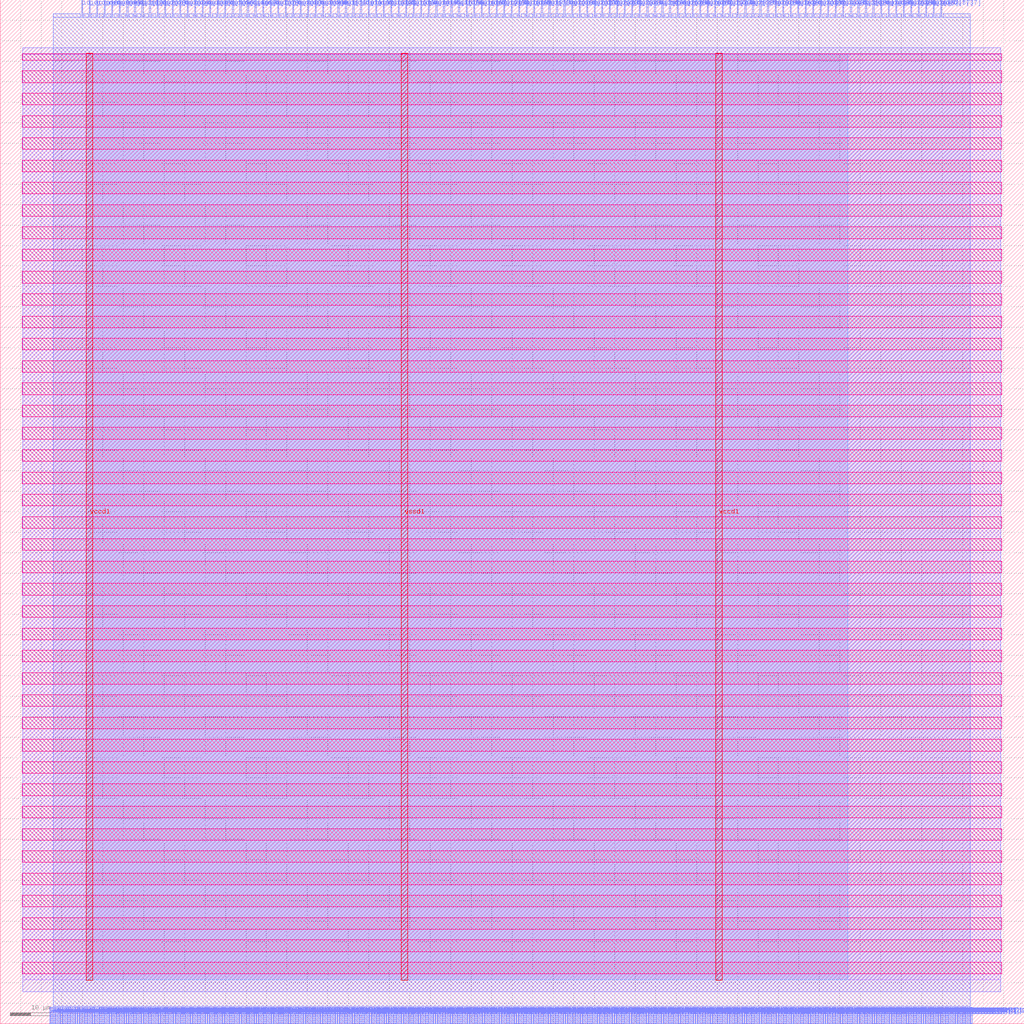
<source format=lef>
VERSION 5.7 ;
  NOWIREEXTENSIONATPIN ON ;
  DIVIDERCHAR "/" ;
  BUSBITCHARS "[]" ;
MACRO macro_2to3
  CLASS BLOCK ;
  FOREIGN macro_2to3 ;
  ORIGIN 0.000 0.000 ;
  SIZE 250.000 BY 250.000 ;
  PIN io_active
    DIRECTION INPUT ;
    USE SIGNAL ;
    PORT
      LAYER met2 ;
        RECT 19.870 246.000 20.150 250.000 ;
    END
  END io_active
  PIN io_in[0]
    DIRECTION INPUT ;
    USE SIGNAL ;
    PORT
      LAYER met2 ;
        RECT 21.710 246.000 21.990 250.000 ;
    END
  END io_in[0]
  PIN io_in[10]
    DIRECTION INPUT ;
    USE SIGNAL ;
    PORT
      LAYER met2 ;
        RECT 76.910 246.000 77.190 250.000 ;
    END
  END io_in[10]
  PIN io_in[11]
    DIRECTION INPUT ;
    USE SIGNAL ;
    PORT
      LAYER met2 ;
        RECT 82.430 246.000 82.710 250.000 ;
    END
  END io_in[11]
  PIN io_in[12]
    DIRECTION INPUT ;
    USE SIGNAL ;
    PORT
      LAYER met2 ;
        RECT 87.950 246.000 88.230 250.000 ;
    END
  END io_in[12]
  PIN io_in[13]
    DIRECTION INPUT ;
    USE SIGNAL ;
    PORT
      LAYER met2 ;
        RECT 93.470 246.000 93.750 250.000 ;
    END
  END io_in[13]
  PIN io_in[14]
    DIRECTION INPUT ;
    USE SIGNAL ;
    PORT
      LAYER met2 ;
        RECT 98.990 246.000 99.270 250.000 ;
    END
  END io_in[14]
  PIN io_in[15]
    DIRECTION INPUT ;
    USE SIGNAL ;
    PORT
      LAYER met2 ;
        RECT 104.510 246.000 104.790 250.000 ;
    END
  END io_in[15]
  PIN io_in[16]
    DIRECTION INPUT ;
    USE SIGNAL ;
    PORT
      LAYER met2 ;
        RECT 110.030 246.000 110.310 250.000 ;
    END
  END io_in[16]
  PIN io_in[17]
    DIRECTION INPUT ;
    USE SIGNAL ;
    PORT
      LAYER met2 ;
        RECT 115.550 246.000 115.830 250.000 ;
    END
  END io_in[17]
  PIN io_in[18]
    DIRECTION INPUT ;
    USE SIGNAL ;
    PORT
      LAYER met2 ;
        RECT 121.070 246.000 121.350 250.000 ;
    END
  END io_in[18]
  PIN io_in[19]
    DIRECTION INPUT ;
    USE SIGNAL ;
    PORT
      LAYER met2 ;
        RECT 126.590 246.000 126.870 250.000 ;
    END
  END io_in[19]
  PIN io_in[1]
    DIRECTION INPUT ;
    USE SIGNAL ;
    PORT
      LAYER met2 ;
        RECT 27.230 246.000 27.510 250.000 ;
    END
  END io_in[1]
  PIN io_in[20]
    DIRECTION INPUT ;
    USE SIGNAL ;
    PORT
      LAYER met2 ;
        RECT 132.110 246.000 132.390 250.000 ;
    END
  END io_in[20]
  PIN io_in[21]
    DIRECTION INPUT ;
    USE SIGNAL ;
    PORT
      LAYER met2 ;
        RECT 137.630 246.000 137.910 250.000 ;
    END
  END io_in[21]
  PIN io_in[22]
    DIRECTION INPUT ;
    USE SIGNAL ;
    PORT
      LAYER met2 ;
        RECT 143.150 246.000 143.430 250.000 ;
    END
  END io_in[22]
  PIN io_in[23]
    DIRECTION INPUT ;
    USE SIGNAL ;
    PORT
      LAYER met2 ;
        RECT 148.670 246.000 148.950 250.000 ;
    END
  END io_in[23]
  PIN io_in[24]
    DIRECTION INPUT ;
    USE SIGNAL ;
    PORT
      LAYER met2 ;
        RECT 154.190 246.000 154.470 250.000 ;
    END
  END io_in[24]
  PIN io_in[25]
    DIRECTION INPUT ;
    USE SIGNAL ;
    PORT
      LAYER met2 ;
        RECT 159.710 246.000 159.990 250.000 ;
    END
  END io_in[25]
  PIN io_in[26]
    DIRECTION INPUT ;
    USE SIGNAL ;
    PORT
      LAYER met2 ;
        RECT 165.230 246.000 165.510 250.000 ;
    END
  END io_in[26]
  PIN io_in[27]
    DIRECTION INPUT ;
    USE SIGNAL ;
    PORT
      LAYER met2 ;
        RECT 170.750 246.000 171.030 250.000 ;
    END
  END io_in[27]
  PIN io_in[28]
    DIRECTION INPUT ;
    USE SIGNAL ;
    PORT
      LAYER met2 ;
        RECT 176.270 246.000 176.550 250.000 ;
    END
  END io_in[28]
  PIN io_in[29]
    DIRECTION INPUT ;
    USE SIGNAL ;
    PORT
      LAYER met2 ;
        RECT 181.790 246.000 182.070 250.000 ;
    END
  END io_in[29]
  PIN io_in[2]
    DIRECTION INPUT ;
    USE SIGNAL ;
    PORT
      LAYER met2 ;
        RECT 32.750 246.000 33.030 250.000 ;
    END
  END io_in[2]
  PIN io_in[30]
    DIRECTION INPUT ;
    USE SIGNAL ;
    PORT
      LAYER met2 ;
        RECT 187.310 246.000 187.590 250.000 ;
    END
  END io_in[30]
  PIN io_in[31]
    DIRECTION INPUT ;
    USE SIGNAL ;
    PORT
      LAYER met2 ;
        RECT 192.830 246.000 193.110 250.000 ;
    END
  END io_in[31]
  PIN io_in[32]
    DIRECTION INPUT ;
    USE SIGNAL ;
    PORT
      LAYER met2 ;
        RECT 198.350 246.000 198.630 250.000 ;
    END
  END io_in[32]
  PIN io_in[33]
    DIRECTION INPUT ;
    USE SIGNAL ;
    PORT
      LAYER met2 ;
        RECT 203.870 246.000 204.150 250.000 ;
    END
  END io_in[33]
  PIN io_in[34]
    DIRECTION INPUT ;
    USE SIGNAL ;
    PORT
      LAYER met2 ;
        RECT 209.390 246.000 209.670 250.000 ;
    END
  END io_in[34]
  PIN io_in[35]
    DIRECTION INPUT ;
    USE SIGNAL ;
    PORT
      LAYER met2 ;
        RECT 214.910 246.000 215.190 250.000 ;
    END
  END io_in[35]
  PIN io_in[36]
    DIRECTION INPUT ;
    USE SIGNAL ;
    PORT
      LAYER met2 ;
        RECT 220.430 246.000 220.710 250.000 ;
    END
  END io_in[36]
  PIN io_in[37]
    DIRECTION INPUT ;
    USE SIGNAL ;
    PORT
      LAYER met2 ;
        RECT 225.950 246.000 226.230 250.000 ;
    END
  END io_in[37]
  PIN io_in[3]
    DIRECTION INPUT ;
    USE SIGNAL ;
    PORT
      LAYER met2 ;
        RECT 38.270 246.000 38.550 250.000 ;
    END
  END io_in[3]
  PIN io_in[4]
    DIRECTION INPUT ;
    USE SIGNAL ;
    PORT
      LAYER met2 ;
        RECT 43.790 246.000 44.070 250.000 ;
    END
  END io_in[4]
  PIN io_in[5]
    DIRECTION INPUT ;
    USE SIGNAL ;
    PORT
      LAYER met2 ;
        RECT 49.310 246.000 49.590 250.000 ;
    END
  END io_in[5]
  PIN io_in[6]
    DIRECTION INPUT ;
    USE SIGNAL ;
    PORT
      LAYER met2 ;
        RECT 54.830 246.000 55.110 250.000 ;
    END
  END io_in[6]
  PIN io_in[7]
    DIRECTION INPUT ;
    USE SIGNAL ;
    PORT
      LAYER met2 ;
        RECT 60.350 246.000 60.630 250.000 ;
    END
  END io_in[7]
  PIN io_in[8]
    DIRECTION INPUT ;
    USE SIGNAL ;
    PORT
      LAYER met2 ;
        RECT 65.870 246.000 66.150 250.000 ;
    END
  END io_in[8]
  PIN io_in[9]
    DIRECTION INPUT ;
    USE SIGNAL ;
    PORT
      LAYER met2 ;
        RECT 71.390 246.000 71.670 250.000 ;
    END
  END io_in[9]
  PIN io_oeb[0]
    DIRECTION OUTPUT TRISTATE ;
    USE SIGNAL ;
    PORT
      LAYER met2 ;
        RECT 23.550 246.000 23.830 250.000 ;
    END
  END io_oeb[0]
  PIN io_oeb[10]
    DIRECTION OUTPUT TRISTATE ;
    USE SIGNAL ;
    PORT
      LAYER met2 ;
        RECT 78.750 246.000 79.030 250.000 ;
    END
  END io_oeb[10]
  PIN io_oeb[11]
    DIRECTION OUTPUT TRISTATE ;
    USE SIGNAL ;
    PORT
      LAYER met2 ;
        RECT 84.270 246.000 84.550 250.000 ;
    END
  END io_oeb[11]
  PIN io_oeb[12]
    DIRECTION OUTPUT TRISTATE ;
    USE SIGNAL ;
    PORT
      LAYER met2 ;
        RECT 89.790 246.000 90.070 250.000 ;
    END
  END io_oeb[12]
  PIN io_oeb[13]
    DIRECTION OUTPUT TRISTATE ;
    USE SIGNAL ;
    PORT
      LAYER met2 ;
        RECT 95.310 246.000 95.590 250.000 ;
    END
  END io_oeb[13]
  PIN io_oeb[14]
    DIRECTION OUTPUT TRISTATE ;
    USE SIGNAL ;
    PORT
      LAYER met2 ;
        RECT 100.830 246.000 101.110 250.000 ;
    END
  END io_oeb[14]
  PIN io_oeb[15]
    DIRECTION OUTPUT TRISTATE ;
    USE SIGNAL ;
    PORT
      LAYER met2 ;
        RECT 106.350 246.000 106.630 250.000 ;
    END
  END io_oeb[15]
  PIN io_oeb[16]
    DIRECTION OUTPUT TRISTATE ;
    USE SIGNAL ;
    PORT
      LAYER met2 ;
        RECT 111.870 246.000 112.150 250.000 ;
    END
  END io_oeb[16]
  PIN io_oeb[17]
    DIRECTION OUTPUT TRISTATE ;
    USE SIGNAL ;
    PORT
      LAYER met2 ;
        RECT 117.390 246.000 117.670 250.000 ;
    END
  END io_oeb[17]
  PIN io_oeb[18]
    DIRECTION OUTPUT TRISTATE ;
    USE SIGNAL ;
    PORT
      LAYER met2 ;
        RECT 122.910 246.000 123.190 250.000 ;
    END
  END io_oeb[18]
  PIN io_oeb[19]
    DIRECTION OUTPUT TRISTATE ;
    USE SIGNAL ;
    PORT
      LAYER met2 ;
        RECT 128.430 246.000 128.710 250.000 ;
    END
  END io_oeb[19]
  PIN io_oeb[1]
    DIRECTION OUTPUT TRISTATE ;
    USE SIGNAL ;
    PORT
      LAYER met2 ;
        RECT 29.070 246.000 29.350 250.000 ;
    END
  END io_oeb[1]
  PIN io_oeb[20]
    DIRECTION OUTPUT TRISTATE ;
    USE SIGNAL ;
    PORT
      LAYER met2 ;
        RECT 133.950 246.000 134.230 250.000 ;
    END
  END io_oeb[20]
  PIN io_oeb[21]
    DIRECTION OUTPUT TRISTATE ;
    USE SIGNAL ;
    PORT
      LAYER met2 ;
        RECT 139.470 246.000 139.750 250.000 ;
    END
  END io_oeb[21]
  PIN io_oeb[22]
    DIRECTION OUTPUT TRISTATE ;
    USE SIGNAL ;
    PORT
      LAYER met2 ;
        RECT 144.990 246.000 145.270 250.000 ;
    END
  END io_oeb[22]
  PIN io_oeb[23]
    DIRECTION OUTPUT TRISTATE ;
    USE SIGNAL ;
    PORT
      LAYER met2 ;
        RECT 150.510 246.000 150.790 250.000 ;
    END
  END io_oeb[23]
  PIN io_oeb[24]
    DIRECTION OUTPUT TRISTATE ;
    USE SIGNAL ;
    PORT
      LAYER met2 ;
        RECT 156.030 246.000 156.310 250.000 ;
    END
  END io_oeb[24]
  PIN io_oeb[25]
    DIRECTION OUTPUT TRISTATE ;
    USE SIGNAL ;
    PORT
      LAYER met2 ;
        RECT 161.550 246.000 161.830 250.000 ;
    END
  END io_oeb[25]
  PIN io_oeb[26]
    DIRECTION OUTPUT TRISTATE ;
    USE SIGNAL ;
    PORT
      LAYER met2 ;
        RECT 167.070 246.000 167.350 250.000 ;
    END
  END io_oeb[26]
  PIN io_oeb[27]
    DIRECTION OUTPUT TRISTATE ;
    USE SIGNAL ;
    PORT
      LAYER met2 ;
        RECT 172.590 246.000 172.870 250.000 ;
    END
  END io_oeb[27]
  PIN io_oeb[28]
    DIRECTION OUTPUT TRISTATE ;
    USE SIGNAL ;
    PORT
      LAYER met2 ;
        RECT 178.110 246.000 178.390 250.000 ;
    END
  END io_oeb[28]
  PIN io_oeb[29]
    DIRECTION OUTPUT TRISTATE ;
    USE SIGNAL ;
    PORT
      LAYER met2 ;
        RECT 183.630 246.000 183.910 250.000 ;
    END
  END io_oeb[29]
  PIN io_oeb[2]
    DIRECTION OUTPUT TRISTATE ;
    USE SIGNAL ;
    PORT
      LAYER met2 ;
        RECT 34.590 246.000 34.870 250.000 ;
    END
  END io_oeb[2]
  PIN io_oeb[30]
    DIRECTION OUTPUT TRISTATE ;
    USE SIGNAL ;
    PORT
      LAYER met2 ;
        RECT 189.150 246.000 189.430 250.000 ;
    END
  END io_oeb[30]
  PIN io_oeb[31]
    DIRECTION OUTPUT TRISTATE ;
    USE SIGNAL ;
    PORT
      LAYER met2 ;
        RECT 194.670 246.000 194.950 250.000 ;
    END
  END io_oeb[31]
  PIN io_oeb[32]
    DIRECTION OUTPUT TRISTATE ;
    USE SIGNAL ;
    PORT
      LAYER met2 ;
        RECT 200.190 246.000 200.470 250.000 ;
    END
  END io_oeb[32]
  PIN io_oeb[33]
    DIRECTION OUTPUT TRISTATE ;
    USE SIGNAL ;
    PORT
      LAYER met2 ;
        RECT 205.710 246.000 205.990 250.000 ;
    END
  END io_oeb[33]
  PIN io_oeb[34]
    DIRECTION OUTPUT TRISTATE ;
    USE SIGNAL ;
    PORT
      LAYER met2 ;
        RECT 211.230 246.000 211.510 250.000 ;
    END
  END io_oeb[34]
  PIN io_oeb[35]
    DIRECTION OUTPUT TRISTATE ;
    USE SIGNAL ;
    PORT
      LAYER met2 ;
        RECT 216.750 246.000 217.030 250.000 ;
    END
  END io_oeb[35]
  PIN io_oeb[36]
    DIRECTION OUTPUT TRISTATE ;
    USE SIGNAL ;
    PORT
      LAYER met2 ;
        RECT 222.270 246.000 222.550 250.000 ;
    END
  END io_oeb[36]
  PIN io_oeb[37]
    DIRECTION OUTPUT TRISTATE ;
    USE SIGNAL ;
    PORT
      LAYER met2 ;
        RECT 227.790 246.000 228.070 250.000 ;
    END
  END io_oeb[37]
  PIN io_oeb[3]
    DIRECTION OUTPUT TRISTATE ;
    USE SIGNAL ;
    PORT
      LAYER met2 ;
        RECT 40.110 246.000 40.390 250.000 ;
    END
  END io_oeb[3]
  PIN io_oeb[4]
    DIRECTION OUTPUT TRISTATE ;
    USE SIGNAL ;
    PORT
      LAYER met2 ;
        RECT 45.630 246.000 45.910 250.000 ;
    END
  END io_oeb[4]
  PIN io_oeb[5]
    DIRECTION OUTPUT TRISTATE ;
    USE SIGNAL ;
    PORT
      LAYER met2 ;
        RECT 51.150 246.000 51.430 250.000 ;
    END
  END io_oeb[5]
  PIN io_oeb[6]
    DIRECTION OUTPUT TRISTATE ;
    USE SIGNAL ;
    PORT
      LAYER met2 ;
        RECT 56.670 246.000 56.950 250.000 ;
    END
  END io_oeb[6]
  PIN io_oeb[7]
    DIRECTION OUTPUT TRISTATE ;
    USE SIGNAL ;
    PORT
      LAYER met2 ;
        RECT 62.190 246.000 62.470 250.000 ;
    END
  END io_oeb[7]
  PIN io_oeb[8]
    DIRECTION OUTPUT TRISTATE ;
    USE SIGNAL ;
    PORT
      LAYER met2 ;
        RECT 67.710 246.000 67.990 250.000 ;
    END
  END io_oeb[8]
  PIN io_oeb[9]
    DIRECTION OUTPUT TRISTATE ;
    USE SIGNAL ;
    PORT
      LAYER met2 ;
        RECT 73.230 246.000 73.510 250.000 ;
    END
  END io_oeb[9]
  PIN io_out[0]
    DIRECTION OUTPUT TRISTATE ;
    USE SIGNAL ;
    PORT
      LAYER met2 ;
        RECT 25.390 246.000 25.670 250.000 ;
    END
  END io_out[0]
  PIN io_out[10]
    DIRECTION OUTPUT TRISTATE ;
    USE SIGNAL ;
    PORT
      LAYER met2 ;
        RECT 80.590 246.000 80.870 250.000 ;
    END
  END io_out[10]
  PIN io_out[11]
    DIRECTION OUTPUT TRISTATE ;
    USE SIGNAL ;
    PORT
      LAYER met2 ;
        RECT 86.110 246.000 86.390 250.000 ;
    END
  END io_out[11]
  PIN io_out[12]
    DIRECTION OUTPUT TRISTATE ;
    USE SIGNAL ;
    PORT
      LAYER met2 ;
        RECT 91.630 246.000 91.910 250.000 ;
    END
  END io_out[12]
  PIN io_out[13]
    DIRECTION OUTPUT TRISTATE ;
    USE SIGNAL ;
    PORT
      LAYER met2 ;
        RECT 97.150 246.000 97.430 250.000 ;
    END
  END io_out[13]
  PIN io_out[14]
    DIRECTION OUTPUT TRISTATE ;
    USE SIGNAL ;
    PORT
      LAYER met2 ;
        RECT 102.670 246.000 102.950 250.000 ;
    END
  END io_out[14]
  PIN io_out[15]
    DIRECTION OUTPUT TRISTATE ;
    USE SIGNAL ;
    PORT
      LAYER met2 ;
        RECT 108.190 246.000 108.470 250.000 ;
    END
  END io_out[15]
  PIN io_out[16]
    DIRECTION OUTPUT TRISTATE ;
    USE SIGNAL ;
    PORT
      LAYER met2 ;
        RECT 113.710 246.000 113.990 250.000 ;
    END
  END io_out[16]
  PIN io_out[17]
    DIRECTION OUTPUT TRISTATE ;
    USE SIGNAL ;
    PORT
      LAYER met2 ;
        RECT 119.230 246.000 119.510 250.000 ;
    END
  END io_out[17]
  PIN io_out[18]
    DIRECTION OUTPUT TRISTATE ;
    USE SIGNAL ;
    PORT
      LAYER met2 ;
        RECT 124.750 246.000 125.030 250.000 ;
    END
  END io_out[18]
  PIN io_out[19]
    DIRECTION OUTPUT TRISTATE ;
    USE SIGNAL ;
    PORT
      LAYER met2 ;
        RECT 130.270 246.000 130.550 250.000 ;
    END
  END io_out[19]
  PIN io_out[1]
    DIRECTION OUTPUT TRISTATE ;
    USE SIGNAL ;
    PORT
      LAYER met2 ;
        RECT 30.910 246.000 31.190 250.000 ;
    END
  END io_out[1]
  PIN io_out[20]
    DIRECTION OUTPUT TRISTATE ;
    USE SIGNAL ;
    PORT
      LAYER met2 ;
        RECT 135.790 246.000 136.070 250.000 ;
    END
  END io_out[20]
  PIN io_out[21]
    DIRECTION OUTPUT TRISTATE ;
    USE SIGNAL ;
    PORT
      LAYER met2 ;
        RECT 141.310 246.000 141.590 250.000 ;
    END
  END io_out[21]
  PIN io_out[22]
    DIRECTION OUTPUT TRISTATE ;
    USE SIGNAL ;
    PORT
      LAYER met2 ;
        RECT 146.830 246.000 147.110 250.000 ;
    END
  END io_out[22]
  PIN io_out[23]
    DIRECTION OUTPUT TRISTATE ;
    USE SIGNAL ;
    PORT
      LAYER met2 ;
        RECT 152.350 246.000 152.630 250.000 ;
    END
  END io_out[23]
  PIN io_out[24]
    DIRECTION OUTPUT TRISTATE ;
    USE SIGNAL ;
    PORT
      LAYER met2 ;
        RECT 157.870 246.000 158.150 250.000 ;
    END
  END io_out[24]
  PIN io_out[25]
    DIRECTION OUTPUT TRISTATE ;
    USE SIGNAL ;
    PORT
      LAYER met2 ;
        RECT 163.390 246.000 163.670 250.000 ;
    END
  END io_out[25]
  PIN io_out[26]
    DIRECTION OUTPUT TRISTATE ;
    USE SIGNAL ;
    PORT
      LAYER met2 ;
        RECT 168.910 246.000 169.190 250.000 ;
    END
  END io_out[26]
  PIN io_out[27]
    DIRECTION OUTPUT TRISTATE ;
    USE SIGNAL ;
    PORT
      LAYER met2 ;
        RECT 174.430 246.000 174.710 250.000 ;
    END
  END io_out[27]
  PIN io_out[28]
    DIRECTION OUTPUT TRISTATE ;
    USE SIGNAL ;
    PORT
      LAYER met2 ;
        RECT 179.950 246.000 180.230 250.000 ;
    END
  END io_out[28]
  PIN io_out[29]
    DIRECTION OUTPUT TRISTATE ;
    USE SIGNAL ;
    PORT
      LAYER met2 ;
        RECT 185.470 246.000 185.750 250.000 ;
    END
  END io_out[29]
  PIN io_out[2]
    DIRECTION OUTPUT TRISTATE ;
    USE SIGNAL ;
    PORT
      LAYER met2 ;
        RECT 36.430 246.000 36.710 250.000 ;
    END
  END io_out[2]
  PIN io_out[30]
    DIRECTION OUTPUT TRISTATE ;
    USE SIGNAL ;
    PORT
      LAYER met2 ;
        RECT 190.990 246.000 191.270 250.000 ;
    END
  END io_out[30]
  PIN io_out[31]
    DIRECTION OUTPUT TRISTATE ;
    USE SIGNAL ;
    PORT
      LAYER met2 ;
        RECT 196.510 246.000 196.790 250.000 ;
    END
  END io_out[31]
  PIN io_out[32]
    DIRECTION OUTPUT TRISTATE ;
    USE SIGNAL ;
    PORT
      LAYER met2 ;
        RECT 202.030 246.000 202.310 250.000 ;
    END
  END io_out[32]
  PIN io_out[33]
    DIRECTION OUTPUT TRISTATE ;
    USE SIGNAL ;
    PORT
      LAYER met2 ;
        RECT 207.550 246.000 207.830 250.000 ;
    END
  END io_out[33]
  PIN io_out[34]
    DIRECTION OUTPUT TRISTATE ;
    USE SIGNAL ;
    PORT
      LAYER met2 ;
        RECT 213.070 246.000 213.350 250.000 ;
    END
  END io_out[34]
  PIN io_out[35]
    DIRECTION OUTPUT TRISTATE ;
    USE SIGNAL ;
    PORT
      LAYER met2 ;
        RECT 218.590 246.000 218.870 250.000 ;
    END
  END io_out[35]
  PIN io_out[36]
    DIRECTION OUTPUT TRISTATE ;
    USE SIGNAL ;
    PORT
      LAYER met2 ;
        RECT 224.110 246.000 224.390 250.000 ;
    END
  END io_out[36]
  PIN io_out[37]
    DIRECTION OUTPUT TRISTATE ;
    USE SIGNAL ;
    PORT
      LAYER met2 ;
        RECT 229.630 246.000 229.910 250.000 ;
    END
  END io_out[37]
  PIN io_out[3]
    DIRECTION OUTPUT TRISTATE ;
    USE SIGNAL ;
    PORT
      LAYER met2 ;
        RECT 41.950 246.000 42.230 250.000 ;
    END
  END io_out[3]
  PIN io_out[4]
    DIRECTION OUTPUT TRISTATE ;
    USE SIGNAL ;
    PORT
      LAYER met2 ;
        RECT 47.470 246.000 47.750 250.000 ;
    END
  END io_out[4]
  PIN io_out[5]
    DIRECTION OUTPUT TRISTATE ;
    USE SIGNAL ;
    PORT
      LAYER met2 ;
        RECT 52.990 246.000 53.270 250.000 ;
    END
  END io_out[5]
  PIN io_out[6]
    DIRECTION OUTPUT TRISTATE ;
    USE SIGNAL ;
    PORT
      LAYER met2 ;
        RECT 58.510 246.000 58.790 250.000 ;
    END
  END io_out[6]
  PIN io_out[7]
    DIRECTION OUTPUT TRISTATE ;
    USE SIGNAL ;
    PORT
      LAYER met2 ;
        RECT 64.030 246.000 64.310 250.000 ;
    END
  END io_out[7]
  PIN io_out[8]
    DIRECTION OUTPUT TRISTATE ;
    USE SIGNAL ;
    PORT
      LAYER met2 ;
        RECT 69.550 246.000 69.830 250.000 ;
    END
  END io_out[8]
  PIN io_out[9]
    DIRECTION OUTPUT TRISTATE ;
    USE SIGNAL ;
    PORT
      LAYER met2 ;
        RECT 75.070 246.000 75.350 250.000 ;
    END
  END io_out[9]
  PIN la_data_in[0]
    DIRECTION INPUT ;
    USE SIGNAL ;
    PORT
      LAYER met2 ;
        RECT 60.810 0.000 61.090 4.000 ;
    END
  END la_data_in[0]
  PIN la_data_in[100]
    DIRECTION INPUT ;
    USE SIGNAL ;
    PORT
      LAYER met2 ;
        RECT 198.810 0.000 199.090 4.000 ;
    END
  END la_data_in[100]
  PIN la_data_in[101]
    DIRECTION INPUT ;
    USE SIGNAL ;
    PORT
      LAYER met2 ;
        RECT 200.190 0.000 200.470 4.000 ;
    END
  END la_data_in[101]
  PIN la_data_in[102]
    DIRECTION INPUT ;
    USE SIGNAL ;
    PORT
      LAYER met2 ;
        RECT 201.570 0.000 201.850 4.000 ;
    END
  END la_data_in[102]
  PIN la_data_in[103]
    DIRECTION INPUT ;
    USE SIGNAL ;
    PORT
      LAYER met2 ;
        RECT 202.950 0.000 203.230 4.000 ;
    END
  END la_data_in[103]
  PIN la_data_in[104]
    DIRECTION INPUT ;
    USE SIGNAL ;
    PORT
      LAYER met2 ;
        RECT 204.330 0.000 204.610 4.000 ;
    END
  END la_data_in[104]
  PIN la_data_in[105]
    DIRECTION INPUT ;
    USE SIGNAL ;
    PORT
      LAYER met2 ;
        RECT 205.710 0.000 205.990 4.000 ;
    END
  END la_data_in[105]
  PIN la_data_in[106]
    DIRECTION INPUT ;
    USE SIGNAL ;
    PORT
      LAYER met2 ;
        RECT 207.090 0.000 207.370 4.000 ;
    END
  END la_data_in[106]
  PIN la_data_in[107]
    DIRECTION INPUT ;
    USE SIGNAL ;
    PORT
      LAYER met2 ;
        RECT 208.470 0.000 208.750 4.000 ;
    END
  END la_data_in[107]
  PIN la_data_in[108]
    DIRECTION INPUT ;
    USE SIGNAL ;
    PORT
      LAYER met2 ;
        RECT 209.850 0.000 210.130 4.000 ;
    END
  END la_data_in[108]
  PIN la_data_in[109]
    DIRECTION INPUT ;
    USE SIGNAL ;
    PORT
      LAYER met2 ;
        RECT 211.230 0.000 211.510 4.000 ;
    END
  END la_data_in[109]
  PIN la_data_in[10]
    DIRECTION INPUT ;
    USE SIGNAL ;
    PORT
      LAYER met2 ;
        RECT 74.610 0.000 74.890 4.000 ;
    END
  END la_data_in[10]
  PIN la_data_in[110]
    DIRECTION INPUT ;
    USE SIGNAL ;
    PORT
      LAYER met2 ;
        RECT 212.610 0.000 212.890 4.000 ;
    END
  END la_data_in[110]
  PIN la_data_in[111]
    DIRECTION INPUT ;
    USE SIGNAL ;
    PORT
      LAYER met2 ;
        RECT 213.990 0.000 214.270 4.000 ;
    END
  END la_data_in[111]
  PIN la_data_in[112]
    DIRECTION INPUT ;
    USE SIGNAL ;
    PORT
      LAYER met2 ;
        RECT 215.370 0.000 215.650 4.000 ;
    END
  END la_data_in[112]
  PIN la_data_in[113]
    DIRECTION INPUT ;
    USE SIGNAL ;
    PORT
      LAYER met2 ;
        RECT 216.750 0.000 217.030 4.000 ;
    END
  END la_data_in[113]
  PIN la_data_in[114]
    DIRECTION INPUT ;
    USE SIGNAL ;
    PORT
      LAYER met2 ;
        RECT 218.130 0.000 218.410 4.000 ;
    END
  END la_data_in[114]
  PIN la_data_in[115]
    DIRECTION INPUT ;
    USE SIGNAL ;
    PORT
      LAYER met2 ;
        RECT 219.510 0.000 219.790 4.000 ;
    END
  END la_data_in[115]
  PIN la_data_in[116]
    DIRECTION INPUT ;
    USE SIGNAL ;
    PORT
      LAYER met2 ;
        RECT 220.890 0.000 221.170 4.000 ;
    END
  END la_data_in[116]
  PIN la_data_in[117]
    DIRECTION INPUT ;
    USE SIGNAL ;
    PORT
      LAYER met2 ;
        RECT 222.270 0.000 222.550 4.000 ;
    END
  END la_data_in[117]
  PIN la_data_in[118]
    DIRECTION INPUT ;
    USE SIGNAL ;
    PORT
      LAYER met2 ;
        RECT 223.650 0.000 223.930 4.000 ;
    END
  END la_data_in[118]
  PIN la_data_in[119]
    DIRECTION INPUT ;
    USE SIGNAL ;
    PORT
      LAYER met2 ;
        RECT 225.030 0.000 225.310 4.000 ;
    END
  END la_data_in[119]
  PIN la_data_in[11]
    DIRECTION INPUT ;
    USE SIGNAL ;
    PORT
      LAYER met2 ;
        RECT 75.990 0.000 76.270 4.000 ;
    END
  END la_data_in[11]
  PIN la_data_in[120]
    DIRECTION INPUT ;
    USE SIGNAL ;
    PORT
      LAYER met2 ;
        RECT 226.410 0.000 226.690 4.000 ;
    END
  END la_data_in[120]
  PIN la_data_in[121]
    DIRECTION INPUT ;
    USE SIGNAL ;
    PORT
      LAYER met2 ;
        RECT 227.790 0.000 228.070 4.000 ;
    END
  END la_data_in[121]
  PIN la_data_in[122]
    DIRECTION INPUT ;
    USE SIGNAL ;
    PORT
      LAYER met2 ;
        RECT 229.170 0.000 229.450 4.000 ;
    END
  END la_data_in[122]
  PIN la_data_in[123]
    DIRECTION INPUT ;
    USE SIGNAL ;
    PORT
      LAYER met2 ;
        RECT 230.550 0.000 230.830 4.000 ;
    END
  END la_data_in[123]
  PIN la_data_in[124]
    DIRECTION INPUT ;
    USE SIGNAL ;
    PORT
      LAYER met2 ;
        RECT 231.930 0.000 232.210 4.000 ;
    END
  END la_data_in[124]
  PIN la_data_in[125]
    DIRECTION INPUT ;
    USE SIGNAL ;
    PORT
      LAYER met2 ;
        RECT 233.310 0.000 233.590 4.000 ;
    END
  END la_data_in[125]
  PIN la_data_in[126]
    DIRECTION INPUT ;
    USE SIGNAL ;
    PORT
      LAYER met2 ;
        RECT 234.690 0.000 234.970 4.000 ;
    END
  END la_data_in[126]
  PIN la_data_in[127]
    DIRECTION INPUT ;
    USE SIGNAL ;
    PORT
      LAYER met2 ;
        RECT 236.070 0.000 236.350 4.000 ;
    END
  END la_data_in[127]
  PIN la_data_in[12]
    DIRECTION INPUT ;
    USE SIGNAL ;
    PORT
      LAYER met2 ;
        RECT 77.370 0.000 77.650 4.000 ;
    END
  END la_data_in[12]
  PIN la_data_in[13]
    DIRECTION INPUT ;
    USE SIGNAL ;
    PORT
      LAYER met2 ;
        RECT 78.750 0.000 79.030 4.000 ;
    END
  END la_data_in[13]
  PIN la_data_in[14]
    DIRECTION INPUT ;
    USE SIGNAL ;
    PORT
      LAYER met2 ;
        RECT 80.130 0.000 80.410 4.000 ;
    END
  END la_data_in[14]
  PIN la_data_in[15]
    DIRECTION INPUT ;
    USE SIGNAL ;
    PORT
      LAYER met2 ;
        RECT 81.510 0.000 81.790 4.000 ;
    END
  END la_data_in[15]
  PIN la_data_in[16]
    DIRECTION INPUT ;
    USE SIGNAL ;
    PORT
      LAYER met2 ;
        RECT 82.890 0.000 83.170 4.000 ;
    END
  END la_data_in[16]
  PIN la_data_in[17]
    DIRECTION INPUT ;
    USE SIGNAL ;
    PORT
      LAYER met2 ;
        RECT 84.270 0.000 84.550 4.000 ;
    END
  END la_data_in[17]
  PIN la_data_in[18]
    DIRECTION INPUT ;
    USE SIGNAL ;
    PORT
      LAYER met2 ;
        RECT 85.650 0.000 85.930 4.000 ;
    END
  END la_data_in[18]
  PIN la_data_in[19]
    DIRECTION INPUT ;
    USE SIGNAL ;
    PORT
      LAYER met2 ;
        RECT 87.030 0.000 87.310 4.000 ;
    END
  END la_data_in[19]
  PIN la_data_in[1]
    DIRECTION INPUT ;
    USE SIGNAL ;
    PORT
      LAYER met2 ;
        RECT 62.190 0.000 62.470 4.000 ;
    END
  END la_data_in[1]
  PIN la_data_in[20]
    DIRECTION INPUT ;
    USE SIGNAL ;
    PORT
      LAYER met2 ;
        RECT 88.410 0.000 88.690 4.000 ;
    END
  END la_data_in[20]
  PIN la_data_in[21]
    DIRECTION INPUT ;
    USE SIGNAL ;
    PORT
      LAYER met2 ;
        RECT 89.790 0.000 90.070 4.000 ;
    END
  END la_data_in[21]
  PIN la_data_in[22]
    DIRECTION INPUT ;
    USE SIGNAL ;
    PORT
      LAYER met2 ;
        RECT 91.170 0.000 91.450 4.000 ;
    END
  END la_data_in[22]
  PIN la_data_in[23]
    DIRECTION INPUT ;
    USE SIGNAL ;
    PORT
      LAYER met2 ;
        RECT 92.550 0.000 92.830 4.000 ;
    END
  END la_data_in[23]
  PIN la_data_in[24]
    DIRECTION INPUT ;
    USE SIGNAL ;
    PORT
      LAYER met2 ;
        RECT 93.930 0.000 94.210 4.000 ;
    END
  END la_data_in[24]
  PIN la_data_in[25]
    DIRECTION INPUT ;
    USE SIGNAL ;
    PORT
      LAYER met2 ;
        RECT 95.310 0.000 95.590 4.000 ;
    END
  END la_data_in[25]
  PIN la_data_in[26]
    DIRECTION INPUT ;
    USE SIGNAL ;
    PORT
      LAYER met2 ;
        RECT 96.690 0.000 96.970 4.000 ;
    END
  END la_data_in[26]
  PIN la_data_in[27]
    DIRECTION INPUT ;
    USE SIGNAL ;
    PORT
      LAYER met2 ;
        RECT 98.070 0.000 98.350 4.000 ;
    END
  END la_data_in[27]
  PIN la_data_in[28]
    DIRECTION INPUT ;
    USE SIGNAL ;
    PORT
      LAYER met2 ;
        RECT 99.450 0.000 99.730 4.000 ;
    END
  END la_data_in[28]
  PIN la_data_in[29]
    DIRECTION INPUT ;
    USE SIGNAL ;
    PORT
      LAYER met2 ;
        RECT 100.830 0.000 101.110 4.000 ;
    END
  END la_data_in[29]
  PIN la_data_in[2]
    DIRECTION INPUT ;
    USE SIGNAL ;
    PORT
      LAYER met2 ;
        RECT 63.570 0.000 63.850 4.000 ;
    END
  END la_data_in[2]
  PIN la_data_in[30]
    DIRECTION INPUT ;
    USE SIGNAL ;
    PORT
      LAYER met2 ;
        RECT 102.210 0.000 102.490 4.000 ;
    END
  END la_data_in[30]
  PIN la_data_in[31]
    DIRECTION INPUT ;
    USE SIGNAL ;
    PORT
      LAYER met2 ;
        RECT 103.590 0.000 103.870 4.000 ;
    END
  END la_data_in[31]
  PIN la_data_in[32]
    DIRECTION INPUT ;
    USE SIGNAL ;
    PORT
      LAYER met2 ;
        RECT 104.970 0.000 105.250 4.000 ;
    END
  END la_data_in[32]
  PIN la_data_in[33]
    DIRECTION INPUT ;
    USE SIGNAL ;
    PORT
      LAYER met2 ;
        RECT 106.350 0.000 106.630 4.000 ;
    END
  END la_data_in[33]
  PIN la_data_in[34]
    DIRECTION INPUT ;
    USE SIGNAL ;
    PORT
      LAYER met2 ;
        RECT 107.730 0.000 108.010 4.000 ;
    END
  END la_data_in[34]
  PIN la_data_in[35]
    DIRECTION INPUT ;
    USE SIGNAL ;
    PORT
      LAYER met2 ;
        RECT 109.110 0.000 109.390 4.000 ;
    END
  END la_data_in[35]
  PIN la_data_in[36]
    DIRECTION INPUT ;
    USE SIGNAL ;
    PORT
      LAYER met2 ;
        RECT 110.490 0.000 110.770 4.000 ;
    END
  END la_data_in[36]
  PIN la_data_in[37]
    DIRECTION INPUT ;
    USE SIGNAL ;
    PORT
      LAYER met2 ;
        RECT 111.870 0.000 112.150 4.000 ;
    END
  END la_data_in[37]
  PIN la_data_in[38]
    DIRECTION INPUT ;
    USE SIGNAL ;
    PORT
      LAYER met2 ;
        RECT 113.250 0.000 113.530 4.000 ;
    END
  END la_data_in[38]
  PIN la_data_in[39]
    DIRECTION INPUT ;
    USE SIGNAL ;
    PORT
      LAYER met2 ;
        RECT 114.630 0.000 114.910 4.000 ;
    END
  END la_data_in[39]
  PIN la_data_in[3]
    DIRECTION INPUT ;
    USE SIGNAL ;
    PORT
      LAYER met2 ;
        RECT 64.950 0.000 65.230 4.000 ;
    END
  END la_data_in[3]
  PIN la_data_in[40]
    DIRECTION INPUT ;
    USE SIGNAL ;
    PORT
      LAYER met2 ;
        RECT 116.010 0.000 116.290 4.000 ;
    END
  END la_data_in[40]
  PIN la_data_in[41]
    DIRECTION INPUT ;
    USE SIGNAL ;
    PORT
      LAYER met2 ;
        RECT 117.390 0.000 117.670 4.000 ;
    END
  END la_data_in[41]
  PIN la_data_in[42]
    DIRECTION INPUT ;
    USE SIGNAL ;
    PORT
      LAYER met2 ;
        RECT 118.770 0.000 119.050 4.000 ;
    END
  END la_data_in[42]
  PIN la_data_in[43]
    DIRECTION INPUT ;
    USE SIGNAL ;
    PORT
      LAYER met2 ;
        RECT 120.150 0.000 120.430 4.000 ;
    END
  END la_data_in[43]
  PIN la_data_in[44]
    DIRECTION INPUT ;
    USE SIGNAL ;
    PORT
      LAYER met2 ;
        RECT 121.530 0.000 121.810 4.000 ;
    END
  END la_data_in[44]
  PIN la_data_in[45]
    DIRECTION INPUT ;
    USE SIGNAL ;
    PORT
      LAYER met2 ;
        RECT 122.910 0.000 123.190 4.000 ;
    END
  END la_data_in[45]
  PIN la_data_in[46]
    DIRECTION INPUT ;
    USE SIGNAL ;
    PORT
      LAYER met2 ;
        RECT 124.290 0.000 124.570 4.000 ;
    END
  END la_data_in[46]
  PIN la_data_in[47]
    DIRECTION INPUT ;
    USE SIGNAL ;
    PORT
      LAYER met2 ;
        RECT 125.670 0.000 125.950 4.000 ;
    END
  END la_data_in[47]
  PIN la_data_in[48]
    DIRECTION INPUT ;
    USE SIGNAL ;
    PORT
      LAYER met2 ;
        RECT 127.050 0.000 127.330 4.000 ;
    END
  END la_data_in[48]
  PIN la_data_in[49]
    DIRECTION INPUT ;
    USE SIGNAL ;
    PORT
      LAYER met2 ;
        RECT 128.430 0.000 128.710 4.000 ;
    END
  END la_data_in[49]
  PIN la_data_in[4]
    DIRECTION INPUT ;
    USE SIGNAL ;
    PORT
      LAYER met2 ;
        RECT 66.330 0.000 66.610 4.000 ;
    END
  END la_data_in[4]
  PIN la_data_in[50]
    DIRECTION INPUT ;
    USE SIGNAL ;
    PORT
      LAYER met2 ;
        RECT 129.810 0.000 130.090 4.000 ;
    END
  END la_data_in[50]
  PIN la_data_in[51]
    DIRECTION INPUT ;
    USE SIGNAL ;
    PORT
      LAYER met2 ;
        RECT 131.190 0.000 131.470 4.000 ;
    END
  END la_data_in[51]
  PIN la_data_in[52]
    DIRECTION INPUT ;
    USE SIGNAL ;
    PORT
      LAYER met2 ;
        RECT 132.570 0.000 132.850 4.000 ;
    END
  END la_data_in[52]
  PIN la_data_in[53]
    DIRECTION INPUT ;
    USE SIGNAL ;
    PORT
      LAYER met2 ;
        RECT 133.950 0.000 134.230 4.000 ;
    END
  END la_data_in[53]
  PIN la_data_in[54]
    DIRECTION INPUT ;
    USE SIGNAL ;
    PORT
      LAYER met2 ;
        RECT 135.330 0.000 135.610 4.000 ;
    END
  END la_data_in[54]
  PIN la_data_in[55]
    DIRECTION INPUT ;
    USE SIGNAL ;
    PORT
      LAYER met2 ;
        RECT 136.710 0.000 136.990 4.000 ;
    END
  END la_data_in[55]
  PIN la_data_in[56]
    DIRECTION INPUT ;
    USE SIGNAL ;
    PORT
      LAYER met2 ;
        RECT 138.090 0.000 138.370 4.000 ;
    END
  END la_data_in[56]
  PIN la_data_in[57]
    DIRECTION INPUT ;
    USE SIGNAL ;
    PORT
      LAYER met2 ;
        RECT 139.470 0.000 139.750 4.000 ;
    END
  END la_data_in[57]
  PIN la_data_in[58]
    DIRECTION INPUT ;
    USE SIGNAL ;
    PORT
      LAYER met2 ;
        RECT 140.850 0.000 141.130 4.000 ;
    END
  END la_data_in[58]
  PIN la_data_in[59]
    DIRECTION INPUT ;
    USE SIGNAL ;
    PORT
      LAYER met2 ;
        RECT 142.230 0.000 142.510 4.000 ;
    END
  END la_data_in[59]
  PIN la_data_in[5]
    DIRECTION INPUT ;
    USE SIGNAL ;
    PORT
      LAYER met2 ;
        RECT 67.710 0.000 67.990 4.000 ;
    END
  END la_data_in[5]
  PIN la_data_in[60]
    DIRECTION INPUT ;
    USE SIGNAL ;
    PORT
      LAYER met2 ;
        RECT 143.610 0.000 143.890 4.000 ;
    END
  END la_data_in[60]
  PIN la_data_in[61]
    DIRECTION INPUT ;
    USE SIGNAL ;
    PORT
      LAYER met2 ;
        RECT 144.990 0.000 145.270 4.000 ;
    END
  END la_data_in[61]
  PIN la_data_in[62]
    DIRECTION INPUT ;
    USE SIGNAL ;
    PORT
      LAYER met2 ;
        RECT 146.370 0.000 146.650 4.000 ;
    END
  END la_data_in[62]
  PIN la_data_in[63]
    DIRECTION INPUT ;
    USE SIGNAL ;
    PORT
      LAYER met2 ;
        RECT 147.750 0.000 148.030 4.000 ;
    END
  END la_data_in[63]
  PIN la_data_in[64]
    DIRECTION INPUT ;
    USE SIGNAL ;
    PORT
      LAYER met2 ;
        RECT 149.130 0.000 149.410 4.000 ;
    END
  END la_data_in[64]
  PIN la_data_in[65]
    DIRECTION INPUT ;
    USE SIGNAL ;
    PORT
      LAYER met2 ;
        RECT 150.510 0.000 150.790 4.000 ;
    END
  END la_data_in[65]
  PIN la_data_in[66]
    DIRECTION INPUT ;
    USE SIGNAL ;
    PORT
      LAYER met2 ;
        RECT 151.890 0.000 152.170 4.000 ;
    END
  END la_data_in[66]
  PIN la_data_in[67]
    DIRECTION INPUT ;
    USE SIGNAL ;
    PORT
      LAYER met2 ;
        RECT 153.270 0.000 153.550 4.000 ;
    END
  END la_data_in[67]
  PIN la_data_in[68]
    DIRECTION INPUT ;
    USE SIGNAL ;
    PORT
      LAYER met2 ;
        RECT 154.650 0.000 154.930 4.000 ;
    END
  END la_data_in[68]
  PIN la_data_in[69]
    DIRECTION INPUT ;
    USE SIGNAL ;
    PORT
      LAYER met2 ;
        RECT 156.030 0.000 156.310 4.000 ;
    END
  END la_data_in[69]
  PIN la_data_in[6]
    DIRECTION INPUT ;
    USE SIGNAL ;
    PORT
      LAYER met2 ;
        RECT 69.090 0.000 69.370 4.000 ;
    END
  END la_data_in[6]
  PIN la_data_in[70]
    DIRECTION INPUT ;
    USE SIGNAL ;
    PORT
      LAYER met2 ;
        RECT 157.410 0.000 157.690 4.000 ;
    END
  END la_data_in[70]
  PIN la_data_in[71]
    DIRECTION INPUT ;
    USE SIGNAL ;
    PORT
      LAYER met2 ;
        RECT 158.790 0.000 159.070 4.000 ;
    END
  END la_data_in[71]
  PIN la_data_in[72]
    DIRECTION INPUT ;
    USE SIGNAL ;
    PORT
      LAYER met2 ;
        RECT 160.170 0.000 160.450 4.000 ;
    END
  END la_data_in[72]
  PIN la_data_in[73]
    DIRECTION INPUT ;
    USE SIGNAL ;
    PORT
      LAYER met2 ;
        RECT 161.550 0.000 161.830 4.000 ;
    END
  END la_data_in[73]
  PIN la_data_in[74]
    DIRECTION INPUT ;
    USE SIGNAL ;
    PORT
      LAYER met2 ;
        RECT 162.930 0.000 163.210 4.000 ;
    END
  END la_data_in[74]
  PIN la_data_in[75]
    DIRECTION INPUT ;
    USE SIGNAL ;
    PORT
      LAYER met2 ;
        RECT 164.310 0.000 164.590 4.000 ;
    END
  END la_data_in[75]
  PIN la_data_in[76]
    DIRECTION INPUT ;
    USE SIGNAL ;
    PORT
      LAYER met2 ;
        RECT 165.690 0.000 165.970 4.000 ;
    END
  END la_data_in[76]
  PIN la_data_in[77]
    DIRECTION INPUT ;
    USE SIGNAL ;
    PORT
      LAYER met2 ;
        RECT 167.070 0.000 167.350 4.000 ;
    END
  END la_data_in[77]
  PIN la_data_in[78]
    DIRECTION INPUT ;
    USE SIGNAL ;
    PORT
      LAYER met2 ;
        RECT 168.450 0.000 168.730 4.000 ;
    END
  END la_data_in[78]
  PIN la_data_in[79]
    DIRECTION INPUT ;
    USE SIGNAL ;
    PORT
      LAYER met2 ;
        RECT 169.830 0.000 170.110 4.000 ;
    END
  END la_data_in[79]
  PIN la_data_in[7]
    DIRECTION INPUT ;
    USE SIGNAL ;
    PORT
      LAYER met2 ;
        RECT 70.470 0.000 70.750 4.000 ;
    END
  END la_data_in[7]
  PIN la_data_in[80]
    DIRECTION INPUT ;
    USE SIGNAL ;
    PORT
      LAYER met2 ;
        RECT 171.210 0.000 171.490 4.000 ;
    END
  END la_data_in[80]
  PIN la_data_in[81]
    DIRECTION INPUT ;
    USE SIGNAL ;
    PORT
      LAYER met2 ;
        RECT 172.590 0.000 172.870 4.000 ;
    END
  END la_data_in[81]
  PIN la_data_in[82]
    DIRECTION INPUT ;
    USE SIGNAL ;
    PORT
      LAYER met2 ;
        RECT 173.970 0.000 174.250 4.000 ;
    END
  END la_data_in[82]
  PIN la_data_in[83]
    DIRECTION INPUT ;
    USE SIGNAL ;
    PORT
      LAYER met2 ;
        RECT 175.350 0.000 175.630 4.000 ;
    END
  END la_data_in[83]
  PIN la_data_in[84]
    DIRECTION INPUT ;
    USE SIGNAL ;
    PORT
      LAYER met2 ;
        RECT 176.730 0.000 177.010 4.000 ;
    END
  END la_data_in[84]
  PIN la_data_in[85]
    DIRECTION INPUT ;
    USE SIGNAL ;
    PORT
      LAYER met2 ;
        RECT 178.110 0.000 178.390 4.000 ;
    END
  END la_data_in[85]
  PIN la_data_in[86]
    DIRECTION INPUT ;
    USE SIGNAL ;
    PORT
      LAYER met2 ;
        RECT 179.490 0.000 179.770 4.000 ;
    END
  END la_data_in[86]
  PIN la_data_in[87]
    DIRECTION INPUT ;
    USE SIGNAL ;
    PORT
      LAYER met2 ;
        RECT 180.870 0.000 181.150 4.000 ;
    END
  END la_data_in[87]
  PIN la_data_in[88]
    DIRECTION INPUT ;
    USE SIGNAL ;
    PORT
      LAYER met2 ;
        RECT 182.250 0.000 182.530 4.000 ;
    END
  END la_data_in[88]
  PIN la_data_in[89]
    DIRECTION INPUT ;
    USE SIGNAL ;
    PORT
      LAYER met2 ;
        RECT 183.630 0.000 183.910 4.000 ;
    END
  END la_data_in[89]
  PIN la_data_in[8]
    DIRECTION INPUT ;
    USE SIGNAL ;
    PORT
      LAYER met2 ;
        RECT 71.850 0.000 72.130 4.000 ;
    END
  END la_data_in[8]
  PIN la_data_in[90]
    DIRECTION INPUT ;
    USE SIGNAL ;
    PORT
      LAYER met2 ;
        RECT 185.010 0.000 185.290 4.000 ;
    END
  END la_data_in[90]
  PIN la_data_in[91]
    DIRECTION INPUT ;
    USE SIGNAL ;
    PORT
      LAYER met2 ;
        RECT 186.390 0.000 186.670 4.000 ;
    END
  END la_data_in[91]
  PIN la_data_in[92]
    DIRECTION INPUT ;
    USE SIGNAL ;
    PORT
      LAYER met2 ;
        RECT 187.770 0.000 188.050 4.000 ;
    END
  END la_data_in[92]
  PIN la_data_in[93]
    DIRECTION INPUT ;
    USE SIGNAL ;
    PORT
      LAYER met2 ;
        RECT 189.150 0.000 189.430 4.000 ;
    END
  END la_data_in[93]
  PIN la_data_in[94]
    DIRECTION INPUT ;
    USE SIGNAL ;
    PORT
      LAYER met2 ;
        RECT 190.530 0.000 190.810 4.000 ;
    END
  END la_data_in[94]
  PIN la_data_in[95]
    DIRECTION INPUT ;
    USE SIGNAL ;
    PORT
      LAYER met2 ;
        RECT 191.910 0.000 192.190 4.000 ;
    END
  END la_data_in[95]
  PIN la_data_in[96]
    DIRECTION INPUT ;
    USE SIGNAL ;
    PORT
      LAYER met2 ;
        RECT 193.290 0.000 193.570 4.000 ;
    END
  END la_data_in[96]
  PIN la_data_in[97]
    DIRECTION INPUT ;
    USE SIGNAL ;
    PORT
      LAYER met2 ;
        RECT 194.670 0.000 194.950 4.000 ;
    END
  END la_data_in[97]
  PIN la_data_in[98]
    DIRECTION INPUT ;
    USE SIGNAL ;
    PORT
      LAYER met2 ;
        RECT 196.050 0.000 196.330 4.000 ;
    END
  END la_data_in[98]
  PIN la_data_in[99]
    DIRECTION INPUT ;
    USE SIGNAL ;
    PORT
      LAYER met2 ;
        RECT 197.430 0.000 197.710 4.000 ;
    END
  END la_data_in[99]
  PIN la_data_in[9]
    DIRECTION INPUT ;
    USE SIGNAL ;
    PORT
      LAYER met2 ;
        RECT 73.230 0.000 73.510 4.000 ;
    END
  END la_data_in[9]
  PIN la_data_out[0]
    DIRECTION OUTPUT TRISTATE ;
    USE SIGNAL ;
    PORT
      LAYER met2 ;
        RECT 61.270 0.000 61.550 4.000 ;
    END
  END la_data_out[0]
  PIN la_data_out[100]
    DIRECTION OUTPUT TRISTATE ;
    USE SIGNAL ;
    PORT
      LAYER met2 ;
        RECT 199.270 0.000 199.550 4.000 ;
    END
  END la_data_out[100]
  PIN la_data_out[101]
    DIRECTION OUTPUT TRISTATE ;
    USE SIGNAL ;
    PORT
      LAYER met2 ;
        RECT 200.650 0.000 200.930 4.000 ;
    END
  END la_data_out[101]
  PIN la_data_out[102]
    DIRECTION OUTPUT TRISTATE ;
    USE SIGNAL ;
    PORT
      LAYER met2 ;
        RECT 202.030 0.000 202.310 4.000 ;
    END
  END la_data_out[102]
  PIN la_data_out[103]
    DIRECTION OUTPUT TRISTATE ;
    USE SIGNAL ;
    PORT
      LAYER met2 ;
        RECT 203.410 0.000 203.690 4.000 ;
    END
  END la_data_out[103]
  PIN la_data_out[104]
    DIRECTION OUTPUT TRISTATE ;
    USE SIGNAL ;
    PORT
      LAYER met2 ;
        RECT 204.790 0.000 205.070 4.000 ;
    END
  END la_data_out[104]
  PIN la_data_out[105]
    DIRECTION OUTPUT TRISTATE ;
    USE SIGNAL ;
    PORT
      LAYER met2 ;
        RECT 206.170 0.000 206.450 4.000 ;
    END
  END la_data_out[105]
  PIN la_data_out[106]
    DIRECTION OUTPUT TRISTATE ;
    USE SIGNAL ;
    PORT
      LAYER met2 ;
        RECT 207.550 0.000 207.830 4.000 ;
    END
  END la_data_out[106]
  PIN la_data_out[107]
    DIRECTION OUTPUT TRISTATE ;
    USE SIGNAL ;
    PORT
      LAYER met2 ;
        RECT 208.930 0.000 209.210 4.000 ;
    END
  END la_data_out[107]
  PIN la_data_out[108]
    DIRECTION OUTPUT TRISTATE ;
    USE SIGNAL ;
    PORT
      LAYER met2 ;
        RECT 210.310 0.000 210.590 4.000 ;
    END
  END la_data_out[108]
  PIN la_data_out[109]
    DIRECTION OUTPUT TRISTATE ;
    USE SIGNAL ;
    PORT
      LAYER met2 ;
        RECT 211.690 0.000 211.970 4.000 ;
    END
  END la_data_out[109]
  PIN la_data_out[10]
    DIRECTION OUTPUT TRISTATE ;
    USE SIGNAL ;
    PORT
      LAYER met2 ;
        RECT 75.070 0.000 75.350 4.000 ;
    END
  END la_data_out[10]
  PIN la_data_out[110]
    DIRECTION OUTPUT TRISTATE ;
    USE SIGNAL ;
    PORT
      LAYER met2 ;
        RECT 213.070 0.000 213.350 4.000 ;
    END
  END la_data_out[110]
  PIN la_data_out[111]
    DIRECTION OUTPUT TRISTATE ;
    USE SIGNAL ;
    PORT
      LAYER met2 ;
        RECT 214.450 0.000 214.730 4.000 ;
    END
  END la_data_out[111]
  PIN la_data_out[112]
    DIRECTION OUTPUT TRISTATE ;
    USE SIGNAL ;
    PORT
      LAYER met2 ;
        RECT 215.830 0.000 216.110 4.000 ;
    END
  END la_data_out[112]
  PIN la_data_out[113]
    DIRECTION OUTPUT TRISTATE ;
    USE SIGNAL ;
    PORT
      LAYER met2 ;
        RECT 217.210 0.000 217.490 4.000 ;
    END
  END la_data_out[113]
  PIN la_data_out[114]
    DIRECTION OUTPUT TRISTATE ;
    USE SIGNAL ;
    PORT
      LAYER met2 ;
        RECT 218.590 0.000 218.870 4.000 ;
    END
  END la_data_out[114]
  PIN la_data_out[115]
    DIRECTION OUTPUT TRISTATE ;
    USE SIGNAL ;
    PORT
      LAYER met2 ;
        RECT 219.970 0.000 220.250 4.000 ;
    END
  END la_data_out[115]
  PIN la_data_out[116]
    DIRECTION OUTPUT TRISTATE ;
    USE SIGNAL ;
    PORT
      LAYER met2 ;
        RECT 221.350 0.000 221.630 4.000 ;
    END
  END la_data_out[116]
  PIN la_data_out[117]
    DIRECTION OUTPUT TRISTATE ;
    USE SIGNAL ;
    PORT
      LAYER met2 ;
        RECT 222.730 0.000 223.010 4.000 ;
    END
  END la_data_out[117]
  PIN la_data_out[118]
    DIRECTION OUTPUT TRISTATE ;
    USE SIGNAL ;
    PORT
      LAYER met2 ;
        RECT 224.110 0.000 224.390 4.000 ;
    END
  END la_data_out[118]
  PIN la_data_out[119]
    DIRECTION OUTPUT TRISTATE ;
    USE SIGNAL ;
    PORT
      LAYER met2 ;
        RECT 225.490 0.000 225.770 4.000 ;
    END
  END la_data_out[119]
  PIN la_data_out[11]
    DIRECTION OUTPUT TRISTATE ;
    USE SIGNAL ;
    PORT
      LAYER met2 ;
        RECT 76.450 0.000 76.730 4.000 ;
    END
  END la_data_out[11]
  PIN la_data_out[120]
    DIRECTION OUTPUT TRISTATE ;
    USE SIGNAL ;
    PORT
      LAYER met2 ;
        RECT 226.870 0.000 227.150 4.000 ;
    END
  END la_data_out[120]
  PIN la_data_out[121]
    DIRECTION OUTPUT TRISTATE ;
    USE SIGNAL ;
    PORT
      LAYER met2 ;
        RECT 228.250 0.000 228.530 4.000 ;
    END
  END la_data_out[121]
  PIN la_data_out[122]
    DIRECTION OUTPUT TRISTATE ;
    USE SIGNAL ;
    PORT
      LAYER met2 ;
        RECT 229.630 0.000 229.910 4.000 ;
    END
  END la_data_out[122]
  PIN la_data_out[123]
    DIRECTION OUTPUT TRISTATE ;
    USE SIGNAL ;
    PORT
      LAYER met2 ;
        RECT 231.010 0.000 231.290 4.000 ;
    END
  END la_data_out[123]
  PIN la_data_out[124]
    DIRECTION OUTPUT TRISTATE ;
    USE SIGNAL ;
    PORT
      LAYER met2 ;
        RECT 232.390 0.000 232.670 4.000 ;
    END
  END la_data_out[124]
  PIN la_data_out[125]
    DIRECTION OUTPUT TRISTATE ;
    USE SIGNAL ;
    PORT
      LAYER met2 ;
        RECT 233.770 0.000 234.050 4.000 ;
    END
  END la_data_out[125]
  PIN la_data_out[126]
    DIRECTION OUTPUT TRISTATE ;
    USE SIGNAL ;
    PORT
      LAYER met2 ;
        RECT 235.150 0.000 235.430 4.000 ;
    END
  END la_data_out[126]
  PIN la_data_out[127]
    DIRECTION OUTPUT TRISTATE ;
    USE SIGNAL ;
    PORT
      LAYER met2 ;
        RECT 236.530 0.000 236.810 4.000 ;
    END
  END la_data_out[127]
  PIN la_data_out[12]
    DIRECTION OUTPUT TRISTATE ;
    USE SIGNAL ;
    PORT
      LAYER met2 ;
        RECT 77.830 0.000 78.110 4.000 ;
    END
  END la_data_out[12]
  PIN la_data_out[13]
    DIRECTION OUTPUT TRISTATE ;
    USE SIGNAL ;
    PORT
      LAYER met2 ;
        RECT 79.210 0.000 79.490 4.000 ;
    END
  END la_data_out[13]
  PIN la_data_out[14]
    DIRECTION OUTPUT TRISTATE ;
    USE SIGNAL ;
    PORT
      LAYER met2 ;
        RECT 80.590 0.000 80.870 4.000 ;
    END
  END la_data_out[14]
  PIN la_data_out[15]
    DIRECTION OUTPUT TRISTATE ;
    USE SIGNAL ;
    PORT
      LAYER met2 ;
        RECT 81.970 0.000 82.250 4.000 ;
    END
  END la_data_out[15]
  PIN la_data_out[16]
    DIRECTION OUTPUT TRISTATE ;
    USE SIGNAL ;
    PORT
      LAYER met2 ;
        RECT 83.350 0.000 83.630 4.000 ;
    END
  END la_data_out[16]
  PIN la_data_out[17]
    DIRECTION OUTPUT TRISTATE ;
    USE SIGNAL ;
    PORT
      LAYER met2 ;
        RECT 84.730 0.000 85.010 4.000 ;
    END
  END la_data_out[17]
  PIN la_data_out[18]
    DIRECTION OUTPUT TRISTATE ;
    USE SIGNAL ;
    PORT
      LAYER met2 ;
        RECT 86.110 0.000 86.390 4.000 ;
    END
  END la_data_out[18]
  PIN la_data_out[19]
    DIRECTION OUTPUT TRISTATE ;
    USE SIGNAL ;
    PORT
      LAYER met2 ;
        RECT 87.490 0.000 87.770 4.000 ;
    END
  END la_data_out[19]
  PIN la_data_out[1]
    DIRECTION OUTPUT TRISTATE ;
    USE SIGNAL ;
    PORT
      LAYER met2 ;
        RECT 62.650 0.000 62.930 4.000 ;
    END
  END la_data_out[1]
  PIN la_data_out[20]
    DIRECTION OUTPUT TRISTATE ;
    USE SIGNAL ;
    PORT
      LAYER met2 ;
        RECT 88.870 0.000 89.150 4.000 ;
    END
  END la_data_out[20]
  PIN la_data_out[21]
    DIRECTION OUTPUT TRISTATE ;
    USE SIGNAL ;
    PORT
      LAYER met2 ;
        RECT 90.250 0.000 90.530 4.000 ;
    END
  END la_data_out[21]
  PIN la_data_out[22]
    DIRECTION OUTPUT TRISTATE ;
    USE SIGNAL ;
    PORT
      LAYER met2 ;
        RECT 91.630 0.000 91.910 4.000 ;
    END
  END la_data_out[22]
  PIN la_data_out[23]
    DIRECTION OUTPUT TRISTATE ;
    USE SIGNAL ;
    PORT
      LAYER met2 ;
        RECT 93.010 0.000 93.290 4.000 ;
    END
  END la_data_out[23]
  PIN la_data_out[24]
    DIRECTION OUTPUT TRISTATE ;
    USE SIGNAL ;
    PORT
      LAYER met2 ;
        RECT 94.390 0.000 94.670 4.000 ;
    END
  END la_data_out[24]
  PIN la_data_out[25]
    DIRECTION OUTPUT TRISTATE ;
    USE SIGNAL ;
    PORT
      LAYER met2 ;
        RECT 95.770 0.000 96.050 4.000 ;
    END
  END la_data_out[25]
  PIN la_data_out[26]
    DIRECTION OUTPUT TRISTATE ;
    USE SIGNAL ;
    PORT
      LAYER met2 ;
        RECT 97.150 0.000 97.430 4.000 ;
    END
  END la_data_out[26]
  PIN la_data_out[27]
    DIRECTION OUTPUT TRISTATE ;
    USE SIGNAL ;
    PORT
      LAYER met2 ;
        RECT 98.530 0.000 98.810 4.000 ;
    END
  END la_data_out[27]
  PIN la_data_out[28]
    DIRECTION OUTPUT TRISTATE ;
    USE SIGNAL ;
    PORT
      LAYER met2 ;
        RECT 99.910 0.000 100.190 4.000 ;
    END
  END la_data_out[28]
  PIN la_data_out[29]
    DIRECTION OUTPUT TRISTATE ;
    USE SIGNAL ;
    PORT
      LAYER met2 ;
        RECT 101.290 0.000 101.570 4.000 ;
    END
  END la_data_out[29]
  PIN la_data_out[2]
    DIRECTION OUTPUT TRISTATE ;
    USE SIGNAL ;
    PORT
      LAYER met2 ;
        RECT 64.030 0.000 64.310 4.000 ;
    END
  END la_data_out[2]
  PIN la_data_out[30]
    DIRECTION OUTPUT TRISTATE ;
    USE SIGNAL ;
    PORT
      LAYER met2 ;
        RECT 102.670 0.000 102.950 4.000 ;
    END
  END la_data_out[30]
  PIN la_data_out[31]
    DIRECTION OUTPUT TRISTATE ;
    USE SIGNAL ;
    PORT
      LAYER met2 ;
        RECT 104.050 0.000 104.330 4.000 ;
    END
  END la_data_out[31]
  PIN la_data_out[32]
    DIRECTION OUTPUT TRISTATE ;
    USE SIGNAL ;
    PORT
      LAYER met2 ;
        RECT 105.430 0.000 105.710 4.000 ;
    END
  END la_data_out[32]
  PIN la_data_out[33]
    DIRECTION OUTPUT TRISTATE ;
    USE SIGNAL ;
    PORT
      LAYER met2 ;
        RECT 106.810 0.000 107.090 4.000 ;
    END
  END la_data_out[33]
  PIN la_data_out[34]
    DIRECTION OUTPUT TRISTATE ;
    USE SIGNAL ;
    PORT
      LAYER met2 ;
        RECT 108.190 0.000 108.470 4.000 ;
    END
  END la_data_out[34]
  PIN la_data_out[35]
    DIRECTION OUTPUT TRISTATE ;
    USE SIGNAL ;
    PORT
      LAYER met2 ;
        RECT 109.570 0.000 109.850 4.000 ;
    END
  END la_data_out[35]
  PIN la_data_out[36]
    DIRECTION OUTPUT TRISTATE ;
    USE SIGNAL ;
    PORT
      LAYER met2 ;
        RECT 110.950 0.000 111.230 4.000 ;
    END
  END la_data_out[36]
  PIN la_data_out[37]
    DIRECTION OUTPUT TRISTATE ;
    USE SIGNAL ;
    PORT
      LAYER met2 ;
        RECT 112.330 0.000 112.610 4.000 ;
    END
  END la_data_out[37]
  PIN la_data_out[38]
    DIRECTION OUTPUT TRISTATE ;
    USE SIGNAL ;
    PORT
      LAYER met2 ;
        RECT 113.710 0.000 113.990 4.000 ;
    END
  END la_data_out[38]
  PIN la_data_out[39]
    DIRECTION OUTPUT TRISTATE ;
    USE SIGNAL ;
    PORT
      LAYER met2 ;
        RECT 115.090 0.000 115.370 4.000 ;
    END
  END la_data_out[39]
  PIN la_data_out[3]
    DIRECTION OUTPUT TRISTATE ;
    USE SIGNAL ;
    PORT
      LAYER met2 ;
        RECT 65.410 0.000 65.690 4.000 ;
    END
  END la_data_out[3]
  PIN la_data_out[40]
    DIRECTION OUTPUT TRISTATE ;
    USE SIGNAL ;
    PORT
      LAYER met2 ;
        RECT 116.470 0.000 116.750 4.000 ;
    END
  END la_data_out[40]
  PIN la_data_out[41]
    DIRECTION OUTPUT TRISTATE ;
    USE SIGNAL ;
    PORT
      LAYER met2 ;
        RECT 117.850 0.000 118.130 4.000 ;
    END
  END la_data_out[41]
  PIN la_data_out[42]
    DIRECTION OUTPUT TRISTATE ;
    USE SIGNAL ;
    PORT
      LAYER met2 ;
        RECT 119.230 0.000 119.510 4.000 ;
    END
  END la_data_out[42]
  PIN la_data_out[43]
    DIRECTION OUTPUT TRISTATE ;
    USE SIGNAL ;
    PORT
      LAYER met2 ;
        RECT 120.610 0.000 120.890 4.000 ;
    END
  END la_data_out[43]
  PIN la_data_out[44]
    DIRECTION OUTPUT TRISTATE ;
    USE SIGNAL ;
    PORT
      LAYER met2 ;
        RECT 121.990 0.000 122.270 4.000 ;
    END
  END la_data_out[44]
  PIN la_data_out[45]
    DIRECTION OUTPUT TRISTATE ;
    USE SIGNAL ;
    PORT
      LAYER met2 ;
        RECT 123.370 0.000 123.650 4.000 ;
    END
  END la_data_out[45]
  PIN la_data_out[46]
    DIRECTION OUTPUT TRISTATE ;
    USE SIGNAL ;
    PORT
      LAYER met2 ;
        RECT 124.750 0.000 125.030 4.000 ;
    END
  END la_data_out[46]
  PIN la_data_out[47]
    DIRECTION OUTPUT TRISTATE ;
    USE SIGNAL ;
    PORT
      LAYER met2 ;
        RECT 126.130 0.000 126.410 4.000 ;
    END
  END la_data_out[47]
  PIN la_data_out[48]
    DIRECTION OUTPUT TRISTATE ;
    USE SIGNAL ;
    PORT
      LAYER met2 ;
        RECT 127.510 0.000 127.790 4.000 ;
    END
  END la_data_out[48]
  PIN la_data_out[49]
    DIRECTION OUTPUT TRISTATE ;
    USE SIGNAL ;
    PORT
      LAYER met2 ;
        RECT 128.890 0.000 129.170 4.000 ;
    END
  END la_data_out[49]
  PIN la_data_out[4]
    DIRECTION OUTPUT TRISTATE ;
    USE SIGNAL ;
    PORT
      LAYER met2 ;
        RECT 66.790 0.000 67.070 4.000 ;
    END
  END la_data_out[4]
  PIN la_data_out[50]
    DIRECTION OUTPUT TRISTATE ;
    USE SIGNAL ;
    PORT
      LAYER met2 ;
        RECT 130.270 0.000 130.550 4.000 ;
    END
  END la_data_out[50]
  PIN la_data_out[51]
    DIRECTION OUTPUT TRISTATE ;
    USE SIGNAL ;
    PORT
      LAYER met2 ;
        RECT 131.650 0.000 131.930 4.000 ;
    END
  END la_data_out[51]
  PIN la_data_out[52]
    DIRECTION OUTPUT TRISTATE ;
    USE SIGNAL ;
    PORT
      LAYER met2 ;
        RECT 133.030 0.000 133.310 4.000 ;
    END
  END la_data_out[52]
  PIN la_data_out[53]
    DIRECTION OUTPUT TRISTATE ;
    USE SIGNAL ;
    PORT
      LAYER met2 ;
        RECT 134.410 0.000 134.690 4.000 ;
    END
  END la_data_out[53]
  PIN la_data_out[54]
    DIRECTION OUTPUT TRISTATE ;
    USE SIGNAL ;
    PORT
      LAYER met2 ;
        RECT 135.790 0.000 136.070 4.000 ;
    END
  END la_data_out[54]
  PIN la_data_out[55]
    DIRECTION OUTPUT TRISTATE ;
    USE SIGNAL ;
    PORT
      LAYER met2 ;
        RECT 137.170 0.000 137.450 4.000 ;
    END
  END la_data_out[55]
  PIN la_data_out[56]
    DIRECTION OUTPUT TRISTATE ;
    USE SIGNAL ;
    PORT
      LAYER met2 ;
        RECT 138.550 0.000 138.830 4.000 ;
    END
  END la_data_out[56]
  PIN la_data_out[57]
    DIRECTION OUTPUT TRISTATE ;
    USE SIGNAL ;
    PORT
      LAYER met2 ;
        RECT 139.930 0.000 140.210 4.000 ;
    END
  END la_data_out[57]
  PIN la_data_out[58]
    DIRECTION OUTPUT TRISTATE ;
    USE SIGNAL ;
    PORT
      LAYER met2 ;
        RECT 141.310 0.000 141.590 4.000 ;
    END
  END la_data_out[58]
  PIN la_data_out[59]
    DIRECTION OUTPUT TRISTATE ;
    USE SIGNAL ;
    PORT
      LAYER met2 ;
        RECT 142.690 0.000 142.970 4.000 ;
    END
  END la_data_out[59]
  PIN la_data_out[5]
    DIRECTION OUTPUT TRISTATE ;
    USE SIGNAL ;
    PORT
      LAYER met2 ;
        RECT 68.170 0.000 68.450 4.000 ;
    END
  END la_data_out[5]
  PIN la_data_out[60]
    DIRECTION OUTPUT TRISTATE ;
    USE SIGNAL ;
    PORT
      LAYER met2 ;
        RECT 144.070 0.000 144.350 4.000 ;
    END
  END la_data_out[60]
  PIN la_data_out[61]
    DIRECTION OUTPUT TRISTATE ;
    USE SIGNAL ;
    PORT
      LAYER met2 ;
        RECT 145.450 0.000 145.730 4.000 ;
    END
  END la_data_out[61]
  PIN la_data_out[62]
    DIRECTION OUTPUT TRISTATE ;
    USE SIGNAL ;
    PORT
      LAYER met2 ;
        RECT 146.830 0.000 147.110 4.000 ;
    END
  END la_data_out[62]
  PIN la_data_out[63]
    DIRECTION OUTPUT TRISTATE ;
    USE SIGNAL ;
    PORT
      LAYER met2 ;
        RECT 148.210 0.000 148.490 4.000 ;
    END
  END la_data_out[63]
  PIN la_data_out[64]
    DIRECTION OUTPUT TRISTATE ;
    USE SIGNAL ;
    PORT
      LAYER met2 ;
        RECT 149.590 0.000 149.870 4.000 ;
    END
  END la_data_out[64]
  PIN la_data_out[65]
    DIRECTION OUTPUT TRISTATE ;
    USE SIGNAL ;
    PORT
      LAYER met2 ;
        RECT 150.970 0.000 151.250 4.000 ;
    END
  END la_data_out[65]
  PIN la_data_out[66]
    DIRECTION OUTPUT TRISTATE ;
    USE SIGNAL ;
    PORT
      LAYER met2 ;
        RECT 152.350 0.000 152.630 4.000 ;
    END
  END la_data_out[66]
  PIN la_data_out[67]
    DIRECTION OUTPUT TRISTATE ;
    USE SIGNAL ;
    PORT
      LAYER met2 ;
        RECT 153.730 0.000 154.010 4.000 ;
    END
  END la_data_out[67]
  PIN la_data_out[68]
    DIRECTION OUTPUT TRISTATE ;
    USE SIGNAL ;
    PORT
      LAYER met2 ;
        RECT 155.110 0.000 155.390 4.000 ;
    END
  END la_data_out[68]
  PIN la_data_out[69]
    DIRECTION OUTPUT TRISTATE ;
    USE SIGNAL ;
    PORT
      LAYER met2 ;
        RECT 156.490 0.000 156.770 4.000 ;
    END
  END la_data_out[69]
  PIN la_data_out[6]
    DIRECTION OUTPUT TRISTATE ;
    USE SIGNAL ;
    PORT
      LAYER met2 ;
        RECT 69.550 0.000 69.830 4.000 ;
    END
  END la_data_out[6]
  PIN la_data_out[70]
    DIRECTION OUTPUT TRISTATE ;
    USE SIGNAL ;
    PORT
      LAYER met2 ;
        RECT 157.870 0.000 158.150 4.000 ;
    END
  END la_data_out[70]
  PIN la_data_out[71]
    DIRECTION OUTPUT TRISTATE ;
    USE SIGNAL ;
    PORT
      LAYER met2 ;
        RECT 159.250 0.000 159.530 4.000 ;
    END
  END la_data_out[71]
  PIN la_data_out[72]
    DIRECTION OUTPUT TRISTATE ;
    USE SIGNAL ;
    PORT
      LAYER met2 ;
        RECT 160.630 0.000 160.910 4.000 ;
    END
  END la_data_out[72]
  PIN la_data_out[73]
    DIRECTION OUTPUT TRISTATE ;
    USE SIGNAL ;
    PORT
      LAYER met2 ;
        RECT 162.010 0.000 162.290 4.000 ;
    END
  END la_data_out[73]
  PIN la_data_out[74]
    DIRECTION OUTPUT TRISTATE ;
    USE SIGNAL ;
    PORT
      LAYER met2 ;
        RECT 163.390 0.000 163.670 4.000 ;
    END
  END la_data_out[74]
  PIN la_data_out[75]
    DIRECTION OUTPUT TRISTATE ;
    USE SIGNAL ;
    PORT
      LAYER met2 ;
        RECT 164.770 0.000 165.050 4.000 ;
    END
  END la_data_out[75]
  PIN la_data_out[76]
    DIRECTION OUTPUT TRISTATE ;
    USE SIGNAL ;
    PORT
      LAYER met2 ;
        RECT 166.150 0.000 166.430 4.000 ;
    END
  END la_data_out[76]
  PIN la_data_out[77]
    DIRECTION OUTPUT TRISTATE ;
    USE SIGNAL ;
    PORT
      LAYER met2 ;
        RECT 167.530 0.000 167.810 4.000 ;
    END
  END la_data_out[77]
  PIN la_data_out[78]
    DIRECTION OUTPUT TRISTATE ;
    USE SIGNAL ;
    PORT
      LAYER met2 ;
        RECT 168.910 0.000 169.190 4.000 ;
    END
  END la_data_out[78]
  PIN la_data_out[79]
    DIRECTION OUTPUT TRISTATE ;
    USE SIGNAL ;
    PORT
      LAYER met2 ;
        RECT 170.290 0.000 170.570 4.000 ;
    END
  END la_data_out[79]
  PIN la_data_out[7]
    DIRECTION OUTPUT TRISTATE ;
    USE SIGNAL ;
    PORT
      LAYER met2 ;
        RECT 70.930 0.000 71.210 4.000 ;
    END
  END la_data_out[7]
  PIN la_data_out[80]
    DIRECTION OUTPUT TRISTATE ;
    USE SIGNAL ;
    PORT
      LAYER met2 ;
        RECT 171.670 0.000 171.950 4.000 ;
    END
  END la_data_out[80]
  PIN la_data_out[81]
    DIRECTION OUTPUT TRISTATE ;
    USE SIGNAL ;
    PORT
      LAYER met2 ;
        RECT 173.050 0.000 173.330 4.000 ;
    END
  END la_data_out[81]
  PIN la_data_out[82]
    DIRECTION OUTPUT TRISTATE ;
    USE SIGNAL ;
    PORT
      LAYER met2 ;
        RECT 174.430 0.000 174.710 4.000 ;
    END
  END la_data_out[82]
  PIN la_data_out[83]
    DIRECTION OUTPUT TRISTATE ;
    USE SIGNAL ;
    PORT
      LAYER met2 ;
        RECT 175.810 0.000 176.090 4.000 ;
    END
  END la_data_out[83]
  PIN la_data_out[84]
    DIRECTION OUTPUT TRISTATE ;
    USE SIGNAL ;
    PORT
      LAYER met2 ;
        RECT 177.190 0.000 177.470 4.000 ;
    END
  END la_data_out[84]
  PIN la_data_out[85]
    DIRECTION OUTPUT TRISTATE ;
    USE SIGNAL ;
    PORT
      LAYER met2 ;
        RECT 178.570 0.000 178.850 4.000 ;
    END
  END la_data_out[85]
  PIN la_data_out[86]
    DIRECTION OUTPUT TRISTATE ;
    USE SIGNAL ;
    PORT
      LAYER met2 ;
        RECT 179.950 0.000 180.230 4.000 ;
    END
  END la_data_out[86]
  PIN la_data_out[87]
    DIRECTION OUTPUT TRISTATE ;
    USE SIGNAL ;
    PORT
      LAYER met2 ;
        RECT 181.330 0.000 181.610 4.000 ;
    END
  END la_data_out[87]
  PIN la_data_out[88]
    DIRECTION OUTPUT TRISTATE ;
    USE SIGNAL ;
    PORT
      LAYER met2 ;
        RECT 182.710 0.000 182.990 4.000 ;
    END
  END la_data_out[88]
  PIN la_data_out[89]
    DIRECTION OUTPUT TRISTATE ;
    USE SIGNAL ;
    PORT
      LAYER met2 ;
        RECT 184.090 0.000 184.370 4.000 ;
    END
  END la_data_out[89]
  PIN la_data_out[8]
    DIRECTION OUTPUT TRISTATE ;
    USE SIGNAL ;
    PORT
      LAYER met2 ;
        RECT 72.310 0.000 72.590 4.000 ;
    END
  END la_data_out[8]
  PIN la_data_out[90]
    DIRECTION OUTPUT TRISTATE ;
    USE SIGNAL ;
    PORT
      LAYER met2 ;
        RECT 185.470 0.000 185.750 4.000 ;
    END
  END la_data_out[90]
  PIN la_data_out[91]
    DIRECTION OUTPUT TRISTATE ;
    USE SIGNAL ;
    PORT
      LAYER met2 ;
        RECT 186.850 0.000 187.130 4.000 ;
    END
  END la_data_out[91]
  PIN la_data_out[92]
    DIRECTION OUTPUT TRISTATE ;
    USE SIGNAL ;
    PORT
      LAYER met2 ;
        RECT 188.230 0.000 188.510 4.000 ;
    END
  END la_data_out[92]
  PIN la_data_out[93]
    DIRECTION OUTPUT TRISTATE ;
    USE SIGNAL ;
    PORT
      LAYER met2 ;
        RECT 189.610 0.000 189.890 4.000 ;
    END
  END la_data_out[93]
  PIN la_data_out[94]
    DIRECTION OUTPUT TRISTATE ;
    USE SIGNAL ;
    PORT
      LAYER met2 ;
        RECT 190.990 0.000 191.270 4.000 ;
    END
  END la_data_out[94]
  PIN la_data_out[95]
    DIRECTION OUTPUT TRISTATE ;
    USE SIGNAL ;
    PORT
      LAYER met2 ;
        RECT 192.370 0.000 192.650 4.000 ;
    END
  END la_data_out[95]
  PIN la_data_out[96]
    DIRECTION OUTPUT TRISTATE ;
    USE SIGNAL ;
    PORT
      LAYER met2 ;
        RECT 193.750 0.000 194.030 4.000 ;
    END
  END la_data_out[96]
  PIN la_data_out[97]
    DIRECTION OUTPUT TRISTATE ;
    USE SIGNAL ;
    PORT
      LAYER met2 ;
        RECT 195.130 0.000 195.410 4.000 ;
    END
  END la_data_out[97]
  PIN la_data_out[98]
    DIRECTION OUTPUT TRISTATE ;
    USE SIGNAL ;
    PORT
      LAYER met2 ;
        RECT 196.510 0.000 196.790 4.000 ;
    END
  END la_data_out[98]
  PIN la_data_out[99]
    DIRECTION OUTPUT TRISTATE ;
    USE SIGNAL ;
    PORT
      LAYER met2 ;
        RECT 197.890 0.000 198.170 4.000 ;
    END
  END la_data_out[99]
  PIN la_data_out[9]
    DIRECTION OUTPUT TRISTATE ;
    USE SIGNAL ;
    PORT
      LAYER met2 ;
        RECT 73.690 0.000 73.970 4.000 ;
    END
  END la_data_out[9]
  PIN la_oenb[0]
    DIRECTION INPUT ;
    USE SIGNAL ;
    PORT
      LAYER met2 ;
        RECT 61.730 0.000 62.010 4.000 ;
    END
  END la_oenb[0]
  PIN la_oenb[100]
    DIRECTION INPUT ;
    USE SIGNAL ;
    PORT
      LAYER met2 ;
        RECT 199.730 0.000 200.010 4.000 ;
    END
  END la_oenb[100]
  PIN la_oenb[101]
    DIRECTION INPUT ;
    USE SIGNAL ;
    PORT
      LAYER met2 ;
        RECT 201.110 0.000 201.390 4.000 ;
    END
  END la_oenb[101]
  PIN la_oenb[102]
    DIRECTION INPUT ;
    USE SIGNAL ;
    PORT
      LAYER met2 ;
        RECT 202.490 0.000 202.770 4.000 ;
    END
  END la_oenb[102]
  PIN la_oenb[103]
    DIRECTION INPUT ;
    USE SIGNAL ;
    PORT
      LAYER met2 ;
        RECT 203.870 0.000 204.150 4.000 ;
    END
  END la_oenb[103]
  PIN la_oenb[104]
    DIRECTION INPUT ;
    USE SIGNAL ;
    PORT
      LAYER met2 ;
        RECT 205.250 0.000 205.530 4.000 ;
    END
  END la_oenb[104]
  PIN la_oenb[105]
    DIRECTION INPUT ;
    USE SIGNAL ;
    PORT
      LAYER met2 ;
        RECT 206.630 0.000 206.910 4.000 ;
    END
  END la_oenb[105]
  PIN la_oenb[106]
    DIRECTION INPUT ;
    USE SIGNAL ;
    PORT
      LAYER met2 ;
        RECT 208.010 0.000 208.290 4.000 ;
    END
  END la_oenb[106]
  PIN la_oenb[107]
    DIRECTION INPUT ;
    USE SIGNAL ;
    PORT
      LAYER met2 ;
        RECT 209.390 0.000 209.670 4.000 ;
    END
  END la_oenb[107]
  PIN la_oenb[108]
    DIRECTION INPUT ;
    USE SIGNAL ;
    PORT
      LAYER met2 ;
        RECT 210.770 0.000 211.050 4.000 ;
    END
  END la_oenb[108]
  PIN la_oenb[109]
    DIRECTION INPUT ;
    USE SIGNAL ;
    PORT
      LAYER met2 ;
        RECT 212.150 0.000 212.430 4.000 ;
    END
  END la_oenb[109]
  PIN la_oenb[10]
    DIRECTION INPUT ;
    USE SIGNAL ;
    PORT
      LAYER met2 ;
        RECT 75.530 0.000 75.810 4.000 ;
    END
  END la_oenb[10]
  PIN la_oenb[110]
    DIRECTION INPUT ;
    USE SIGNAL ;
    PORT
      LAYER met2 ;
        RECT 213.530 0.000 213.810 4.000 ;
    END
  END la_oenb[110]
  PIN la_oenb[111]
    DIRECTION INPUT ;
    USE SIGNAL ;
    PORT
      LAYER met2 ;
        RECT 214.910 0.000 215.190 4.000 ;
    END
  END la_oenb[111]
  PIN la_oenb[112]
    DIRECTION INPUT ;
    USE SIGNAL ;
    PORT
      LAYER met2 ;
        RECT 216.290 0.000 216.570 4.000 ;
    END
  END la_oenb[112]
  PIN la_oenb[113]
    DIRECTION INPUT ;
    USE SIGNAL ;
    PORT
      LAYER met2 ;
        RECT 217.670 0.000 217.950 4.000 ;
    END
  END la_oenb[113]
  PIN la_oenb[114]
    DIRECTION INPUT ;
    USE SIGNAL ;
    PORT
      LAYER met2 ;
        RECT 219.050 0.000 219.330 4.000 ;
    END
  END la_oenb[114]
  PIN la_oenb[115]
    DIRECTION INPUT ;
    USE SIGNAL ;
    PORT
      LAYER met2 ;
        RECT 220.430 0.000 220.710 4.000 ;
    END
  END la_oenb[115]
  PIN la_oenb[116]
    DIRECTION INPUT ;
    USE SIGNAL ;
    PORT
      LAYER met2 ;
        RECT 221.810 0.000 222.090 4.000 ;
    END
  END la_oenb[116]
  PIN la_oenb[117]
    DIRECTION INPUT ;
    USE SIGNAL ;
    PORT
      LAYER met2 ;
        RECT 223.190 0.000 223.470 4.000 ;
    END
  END la_oenb[117]
  PIN la_oenb[118]
    DIRECTION INPUT ;
    USE SIGNAL ;
    PORT
      LAYER met2 ;
        RECT 224.570 0.000 224.850 4.000 ;
    END
  END la_oenb[118]
  PIN la_oenb[119]
    DIRECTION INPUT ;
    USE SIGNAL ;
    PORT
      LAYER met2 ;
        RECT 225.950 0.000 226.230 4.000 ;
    END
  END la_oenb[119]
  PIN la_oenb[11]
    DIRECTION INPUT ;
    USE SIGNAL ;
    PORT
      LAYER met2 ;
        RECT 76.910 0.000 77.190 4.000 ;
    END
  END la_oenb[11]
  PIN la_oenb[120]
    DIRECTION INPUT ;
    USE SIGNAL ;
    PORT
      LAYER met2 ;
        RECT 227.330 0.000 227.610 4.000 ;
    END
  END la_oenb[120]
  PIN la_oenb[121]
    DIRECTION INPUT ;
    USE SIGNAL ;
    PORT
      LAYER met2 ;
        RECT 228.710 0.000 228.990 4.000 ;
    END
  END la_oenb[121]
  PIN la_oenb[122]
    DIRECTION INPUT ;
    USE SIGNAL ;
    PORT
      LAYER met2 ;
        RECT 230.090 0.000 230.370 4.000 ;
    END
  END la_oenb[122]
  PIN la_oenb[123]
    DIRECTION INPUT ;
    USE SIGNAL ;
    PORT
      LAYER met2 ;
        RECT 231.470 0.000 231.750 4.000 ;
    END
  END la_oenb[123]
  PIN la_oenb[124]
    DIRECTION INPUT ;
    USE SIGNAL ;
    PORT
      LAYER met2 ;
        RECT 232.850 0.000 233.130 4.000 ;
    END
  END la_oenb[124]
  PIN la_oenb[125]
    DIRECTION INPUT ;
    USE SIGNAL ;
    PORT
      LAYER met2 ;
        RECT 234.230 0.000 234.510 4.000 ;
    END
  END la_oenb[125]
  PIN la_oenb[126]
    DIRECTION INPUT ;
    USE SIGNAL ;
    PORT
      LAYER met2 ;
        RECT 235.610 0.000 235.890 4.000 ;
    END
  END la_oenb[126]
  PIN la_oenb[127]
    DIRECTION INPUT ;
    USE SIGNAL ;
    PORT
      LAYER met2 ;
        RECT 236.990 0.000 237.270 4.000 ;
    END
  END la_oenb[127]
  PIN la_oenb[12]
    DIRECTION INPUT ;
    USE SIGNAL ;
    PORT
      LAYER met2 ;
        RECT 78.290 0.000 78.570 4.000 ;
    END
  END la_oenb[12]
  PIN la_oenb[13]
    DIRECTION INPUT ;
    USE SIGNAL ;
    PORT
      LAYER met2 ;
        RECT 79.670 0.000 79.950 4.000 ;
    END
  END la_oenb[13]
  PIN la_oenb[14]
    DIRECTION INPUT ;
    USE SIGNAL ;
    PORT
      LAYER met2 ;
        RECT 81.050 0.000 81.330 4.000 ;
    END
  END la_oenb[14]
  PIN la_oenb[15]
    DIRECTION INPUT ;
    USE SIGNAL ;
    PORT
      LAYER met2 ;
        RECT 82.430 0.000 82.710 4.000 ;
    END
  END la_oenb[15]
  PIN la_oenb[16]
    DIRECTION INPUT ;
    USE SIGNAL ;
    PORT
      LAYER met2 ;
        RECT 83.810 0.000 84.090 4.000 ;
    END
  END la_oenb[16]
  PIN la_oenb[17]
    DIRECTION INPUT ;
    USE SIGNAL ;
    PORT
      LAYER met2 ;
        RECT 85.190 0.000 85.470 4.000 ;
    END
  END la_oenb[17]
  PIN la_oenb[18]
    DIRECTION INPUT ;
    USE SIGNAL ;
    PORT
      LAYER met2 ;
        RECT 86.570 0.000 86.850 4.000 ;
    END
  END la_oenb[18]
  PIN la_oenb[19]
    DIRECTION INPUT ;
    USE SIGNAL ;
    PORT
      LAYER met2 ;
        RECT 87.950 0.000 88.230 4.000 ;
    END
  END la_oenb[19]
  PIN la_oenb[1]
    DIRECTION INPUT ;
    USE SIGNAL ;
    PORT
      LAYER met2 ;
        RECT 63.110 0.000 63.390 4.000 ;
    END
  END la_oenb[1]
  PIN la_oenb[20]
    DIRECTION INPUT ;
    USE SIGNAL ;
    PORT
      LAYER met2 ;
        RECT 89.330 0.000 89.610 4.000 ;
    END
  END la_oenb[20]
  PIN la_oenb[21]
    DIRECTION INPUT ;
    USE SIGNAL ;
    PORT
      LAYER met2 ;
        RECT 90.710 0.000 90.990 4.000 ;
    END
  END la_oenb[21]
  PIN la_oenb[22]
    DIRECTION INPUT ;
    USE SIGNAL ;
    PORT
      LAYER met2 ;
        RECT 92.090 0.000 92.370 4.000 ;
    END
  END la_oenb[22]
  PIN la_oenb[23]
    DIRECTION INPUT ;
    USE SIGNAL ;
    PORT
      LAYER met2 ;
        RECT 93.470 0.000 93.750 4.000 ;
    END
  END la_oenb[23]
  PIN la_oenb[24]
    DIRECTION INPUT ;
    USE SIGNAL ;
    PORT
      LAYER met2 ;
        RECT 94.850 0.000 95.130 4.000 ;
    END
  END la_oenb[24]
  PIN la_oenb[25]
    DIRECTION INPUT ;
    USE SIGNAL ;
    PORT
      LAYER met2 ;
        RECT 96.230 0.000 96.510 4.000 ;
    END
  END la_oenb[25]
  PIN la_oenb[26]
    DIRECTION INPUT ;
    USE SIGNAL ;
    PORT
      LAYER met2 ;
        RECT 97.610 0.000 97.890 4.000 ;
    END
  END la_oenb[26]
  PIN la_oenb[27]
    DIRECTION INPUT ;
    USE SIGNAL ;
    PORT
      LAYER met2 ;
        RECT 98.990 0.000 99.270 4.000 ;
    END
  END la_oenb[27]
  PIN la_oenb[28]
    DIRECTION INPUT ;
    USE SIGNAL ;
    PORT
      LAYER met2 ;
        RECT 100.370 0.000 100.650 4.000 ;
    END
  END la_oenb[28]
  PIN la_oenb[29]
    DIRECTION INPUT ;
    USE SIGNAL ;
    PORT
      LAYER met2 ;
        RECT 101.750 0.000 102.030 4.000 ;
    END
  END la_oenb[29]
  PIN la_oenb[2]
    DIRECTION INPUT ;
    USE SIGNAL ;
    PORT
      LAYER met2 ;
        RECT 64.490 0.000 64.770 4.000 ;
    END
  END la_oenb[2]
  PIN la_oenb[30]
    DIRECTION INPUT ;
    USE SIGNAL ;
    PORT
      LAYER met2 ;
        RECT 103.130 0.000 103.410 4.000 ;
    END
  END la_oenb[30]
  PIN la_oenb[31]
    DIRECTION INPUT ;
    USE SIGNAL ;
    PORT
      LAYER met2 ;
        RECT 104.510 0.000 104.790 4.000 ;
    END
  END la_oenb[31]
  PIN la_oenb[32]
    DIRECTION INPUT ;
    USE SIGNAL ;
    PORT
      LAYER met2 ;
        RECT 105.890 0.000 106.170 4.000 ;
    END
  END la_oenb[32]
  PIN la_oenb[33]
    DIRECTION INPUT ;
    USE SIGNAL ;
    PORT
      LAYER met2 ;
        RECT 107.270 0.000 107.550 4.000 ;
    END
  END la_oenb[33]
  PIN la_oenb[34]
    DIRECTION INPUT ;
    USE SIGNAL ;
    PORT
      LAYER met2 ;
        RECT 108.650 0.000 108.930 4.000 ;
    END
  END la_oenb[34]
  PIN la_oenb[35]
    DIRECTION INPUT ;
    USE SIGNAL ;
    PORT
      LAYER met2 ;
        RECT 110.030 0.000 110.310 4.000 ;
    END
  END la_oenb[35]
  PIN la_oenb[36]
    DIRECTION INPUT ;
    USE SIGNAL ;
    PORT
      LAYER met2 ;
        RECT 111.410 0.000 111.690 4.000 ;
    END
  END la_oenb[36]
  PIN la_oenb[37]
    DIRECTION INPUT ;
    USE SIGNAL ;
    PORT
      LAYER met2 ;
        RECT 112.790 0.000 113.070 4.000 ;
    END
  END la_oenb[37]
  PIN la_oenb[38]
    DIRECTION INPUT ;
    USE SIGNAL ;
    PORT
      LAYER met2 ;
        RECT 114.170 0.000 114.450 4.000 ;
    END
  END la_oenb[38]
  PIN la_oenb[39]
    DIRECTION INPUT ;
    USE SIGNAL ;
    PORT
      LAYER met2 ;
        RECT 115.550 0.000 115.830 4.000 ;
    END
  END la_oenb[39]
  PIN la_oenb[3]
    DIRECTION INPUT ;
    USE SIGNAL ;
    PORT
      LAYER met2 ;
        RECT 65.870 0.000 66.150 4.000 ;
    END
  END la_oenb[3]
  PIN la_oenb[40]
    DIRECTION INPUT ;
    USE SIGNAL ;
    PORT
      LAYER met2 ;
        RECT 116.930 0.000 117.210 4.000 ;
    END
  END la_oenb[40]
  PIN la_oenb[41]
    DIRECTION INPUT ;
    USE SIGNAL ;
    PORT
      LAYER met2 ;
        RECT 118.310 0.000 118.590 4.000 ;
    END
  END la_oenb[41]
  PIN la_oenb[42]
    DIRECTION INPUT ;
    USE SIGNAL ;
    PORT
      LAYER met2 ;
        RECT 119.690 0.000 119.970 4.000 ;
    END
  END la_oenb[42]
  PIN la_oenb[43]
    DIRECTION INPUT ;
    USE SIGNAL ;
    PORT
      LAYER met2 ;
        RECT 121.070 0.000 121.350 4.000 ;
    END
  END la_oenb[43]
  PIN la_oenb[44]
    DIRECTION INPUT ;
    USE SIGNAL ;
    PORT
      LAYER met2 ;
        RECT 122.450 0.000 122.730 4.000 ;
    END
  END la_oenb[44]
  PIN la_oenb[45]
    DIRECTION INPUT ;
    USE SIGNAL ;
    PORT
      LAYER met2 ;
        RECT 123.830 0.000 124.110 4.000 ;
    END
  END la_oenb[45]
  PIN la_oenb[46]
    DIRECTION INPUT ;
    USE SIGNAL ;
    PORT
      LAYER met2 ;
        RECT 125.210 0.000 125.490 4.000 ;
    END
  END la_oenb[46]
  PIN la_oenb[47]
    DIRECTION INPUT ;
    USE SIGNAL ;
    PORT
      LAYER met2 ;
        RECT 126.590 0.000 126.870 4.000 ;
    END
  END la_oenb[47]
  PIN la_oenb[48]
    DIRECTION INPUT ;
    USE SIGNAL ;
    PORT
      LAYER met2 ;
        RECT 127.970 0.000 128.250 4.000 ;
    END
  END la_oenb[48]
  PIN la_oenb[49]
    DIRECTION INPUT ;
    USE SIGNAL ;
    PORT
      LAYER met2 ;
        RECT 129.350 0.000 129.630 4.000 ;
    END
  END la_oenb[49]
  PIN la_oenb[4]
    DIRECTION INPUT ;
    USE SIGNAL ;
    PORT
      LAYER met2 ;
        RECT 67.250 0.000 67.530 4.000 ;
    END
  END la_oenb[4]
  PIN la_oenb[50]
    DIRECTION INPUT ;
    USE SIGNAL ;
    PORT
      LAYER met2 ;
        RECT 130.730 0.000 131.010 4.000 ;
    END
  END la_oenb[50]
  PIN la_oenb[51]
    DIRECTION INPUT ;
    USE SIGNAL ;
    PORT
      LAYER met2 ;
        RECT 132.110 0.000 132.390 4.000 ;
    END
  END la_oenb[51]
  PIN la_oenb[52]
    DIRECTION INPUT ;
    USE SIGNAL ;
    PORT
      LAYER met2 ;
        RECT 133.490 0.000 133.770 4.000 ;
    END
  END la_oenb[52]
  PIN la_oenb[53]
    DIRECTION INPUT ;
    USE SIGNAL ;
    PORT
      LAYER met2 ;
        RECT 134.870 0.000 135.150 4.000 ;
    END
  END la_oenb[53]
  PIN la_oenb[54]
    DIRECTION INPUT ;
    USE SIGNAL ;
    PORT
      LAYER met2 ;
        RECT 136.250 0.000 136.530 4.000 ;
    END
  END la_oenb[54]
  PIN la_oenb[55]
    DIRECTION INPUT ;
    USE SIGNAL ;
    PORT
      LAYER met2 ;
        RECT 137.630 0.000 137.910 4.000 ;
    END
  END la_oenb[55]
  PIN la_oenb[56]
    DIRECTION INPUT ;
    USE SIGNAL ;
    PORT
      LAYER met2 ;
        RECT 139.010 0.000 139.290 4.000 ;
    END
  END la_oenb[56]
  PIN la_oenb[57]
    DIRECTION INPUT ;
    USE SIGNAL ;
    PORT
      LAYER met2 ;
        RECT 140.390 0.000 140.670 4.000 ;
    END
  END la_oenb[57]
  PIN la_oenb[58]
    DIRECTION INPUT ;
    USE SIGNAL ;
    PORT
      LAYER met2 ;
        RECT 141.770 0.000 142.050 4.000 ;
    END
  END la_oenb[58]
  PIN la_oenb[59]
    DIRECTION INPUT ;
    USE SIGNAL ;
    PORT
      LAYER met2 ;
        RECT 143.150 0.000 143.430 4.000 ;
    END
  END la_oenb[59]
  PIN la_oenb[5]
    DIRECTION INPUT ;
    USE SIGNAL ;
    PORT
      LAYER met2 ;
        RECT 68.630 0.000 68.910 4.000 ;
    END
  END la_oenb[5]
  PIN la_oenb[60]
    DIRECTION INPUT ;
    USE SIGNAL ;
    PORT
      LAYER met2 ;
        RECT 144.530 0.000 144.810 4.000 ;
    END
  END la_oenb[60]
  PIN la_oenb[61]
    DIRECTION INPUT ;
    USE SIGNAL ;
    PORT
      LAYER met2 ;
        RECT 145.910 0.000 146.190 4.000 ;
    END
  END la_oenb[61]
  PIN la_oenb[62]
    DIRECTION INPUT ;
    USE SIGNAL ;
    PORT
      LAYER met2 ;
        RECT 147.290 0.000 147.570 4.000 ;
    END
  END la_oenb[62]
  PIN la_oenb[63]
    DIRECTION INPUT ;
    USE SIGNAL ;
    PORT
      LAYER met2 ;
        RECT 148.670 0.000 148.950 4.000 ;
    END
  END la_oenb[63]
  PIN la_oenb[64]
    DIRECTION INPUT ;
    USE SIGNAL ;
    PORT
      LAYER met2 ;
        RECT 150.050 0.000 150.330 4.000 ;
    END
  END la_oenb[64]
  PIN la_oenb[65]
    DIRECTION INPUT ;
    USE SIGNAL ;
    PORT
      LAYER met2 ;
        RECT 151.430 0.000 151.710 4.000 ;
    END
  END la_oenb[65]
  PIN la_oenb[66]
    DIRECTION INPUT ;
    USE SIGNAL ;
    PORT
      LAYER met2 ;
        RECT 152.810 0.000 153.090 4.000 ;
    END
  END la_oenb[66]
  PIN la_oenb[67]
    DIRECTION INPUT ;
    USE SIGNAL ;
    PORT
      LAYER met2 ;
        RECT 154.190 0.000 154.470 4.000 ;
    END
  END la_oenb[67]
  PIN la_oenb[68]
    DIRECTION INPUT ;
    USE SIGNAL ;
    PORT
      LAYER met2 ;
        RECT 155.570 0.000 155.850 4.000 ;
    END
  END la_oenb[68]
  PIN la_oenb[69]
    DIRECTION INPUT ;
    USE SIGNAL ;
    PORT
      LAYER met2 ;
        RECT 156.950 0.000 157.230 4.000 ;
    END
  END la_oenb[69]
  PIN la_oenb[6]
    DIRECTION INPUT ;
    USE SIGNAL ;
    PORT
      LAYER met2 ;
        RECT 70.010 0.000 70.290 4.000 ;
    END
  END la_oenb[6]
  PIN la_oenb[70]
    DIRECTION INPUT ;
    USE SIGNAL ;
    PORT
      LAYER met2 ;
        RECT 158.330 0.000 158.610 4.000 ;
    END
  END la_oenb[70]
  PIN la_oenb[71]
    DIRECTION INPUT ;
    USE SIGNAL ;
    PORT
      LAYER met2 ;
        RECT 159.710 0.000 159.990 4.000 ;
    END
  END la_oenb[71]
  PIN la_oenb[72]
    DIRECTION INPUT ;
    USE SIGNAL ;
    PORT
      LAYER met2 ;
        RECT 161.090 0.000 161.370 4.000 ;
    END
  END la_oenb[72]
  PIN la_oenb[73]
    DIRECTION INPUT ;
    USE SIGNAL ;
    PORT
      LAYER met2 ;
        RECT 162.470 0.000 162.750 4.000 ;
    END
  END la_oenb[73]
  PIN la_oenb[74]
    DIRECTION INPUT ;
    USE SIGNAL ;
    PORT
      LAYER met2 ;
        RECT 163.850 0.000 164.130 4.000 ;
    END
  END la_oenb[74]
  PIN la_oenb[75]
    DIRECTION INPUT ;
    USE SIGNAL ;
    PORT
      LAYER met2 ;
        RECT 165.230 0.000 165.510 4.000 ;
    END
  END la_oenb[75]
  PIN la_oenb[76]
    DIRECTION INPUT ;
    USE SIGNAL ;
    PORT
      LAYER met2 ;
        RECT 166.610 0.000 166.890 4.000 ;
    END
  END la_oenb[76]
  PIN la_oenb[77]
    DIRECTION INPUT ;
    USE SIGNAL ;
    PORT
      LAYER met2 ;
        RECT 167.990 0.000 168.270 4.000 ;
    END
  END la_oenb[77]
  PIN la_oenb[78]
    DIRECTION INPUT ;
    USE SIGNAL ;
    PORT
      LAYER met2 ;
        RECT 169.370 0.000 169.650 4.000 ;
    END
  END la_oenb[78]
  PIN la_oenb[79]
    DIRECTION INPUT ;
    USE SIGNAL ;
    PORT
      LAYER met2 ;
        RECT 170.750 0.000 171.030 4.000 ;
    END
  END la_oenb[79]
  PIN la_oenb[7]
    DIRECTION INPUT ;
    USE SIGNAL ;
    PORT
      LAYER met2 ;
        RECT 71.390 0.000 71.670 4.000 ;
    END
  END la_oenb[7]
  PIN la_oenb[80]
    DIRECTION INPUT ;
    USE SIGNAL ;
    PORT
      LAYER met2 ;
        RECT 172.130 0.000 172.410 4.000 ;
    END
  END la_oenb[80]
  PIN la_oenb[81]
    DIRECTION INPUT ;
    USE SIGNAL ;
    PORT
      LAYER met2 ;
        RECT 173.510 0.000 173.790 4.000 ;
    END
  END la_oenb[81]
  PIN la_oenb[82]
    DIRECTION INPUT ;
    USE SIGNAL ;
    PORT
      LAYER met2 ;
        RECT 174.890 0.000 175.170 4.000 ;
    END
  END la_oenb[82]
  PIN la_oenb[83]
    DIRECTION INPUT ;
    USE SIGNAL ;
    PORT
      LAYER met2 ;
        RECT 176.270 0.000 176.550 4.000 ;
    END
  END la_oenb[83]
  PIN la_oenb[84]
    DIRECTION INPUT ;
    USE SIGNAL ;
    PORT
      LAYER met2 ;
        RECT 177.650 0.000 177.930 4.000 ;
    END
  END la_oenb[84]
  PIN la_oenb[85]
    DIRECTION INPUT ;
    USE SIGNAL ;
    PORT
      LAYER met2 ;
        RECT 179.030 0.000 179.310 4.000 ;
    END
  END la_oenb[85]
  PIN la_oenb[86]
    DIRECTION INPUT ;
    USE SIGNAL ;
    PORT
      LAYER met2 ;
        RECT 180.410 0.000 180.690 4.000 ;
    END
  END la_oenb[86]
  PIN la_oenb[87]
    DIRECTION INPUT ;
    USE SIGNAL ;
    PORT
      LAYER met2 ;
        RECT 181.790 0.000 182.070 4.000 ;
    END
  END la_oenb[87]
  PIN la_oenb[88]
    DIRECTION INPUT ;
    USE SIGNAL ;
    PORT
      LAYER met2 ;
        RECT 183.170 0.000 183.450 4.000 ;
    END
  END la_oenb[88]
  PIN la_oenb[89]
    DIRECTION INPUT ;
    USE SIGNAL ;
    PORT
      LAYER met2 ;
        RECT 184.550 0.000 184.830 4.000 ;
    END
  END la_oenb[89]
  PIN la_oenb[8]
    DIRECTION INPUT ;
    USE SIGNAL ;
    PORT
      LAYER met2 ;
        RECT 72.770 0.000 73.050 4.000 ;
    END
  END la_oenb[8]
  PIN la_oenb[90]
    DIRECTION INPUT ;
    USE SIGNAL ;
    PORT
      LAYER met2 ;
        RECT 185.930 0.000 186.210 4.000 ;
    END
  END la_oenb[90]
  PIN la_oenb[91]
    DIRECTION INPUT ;
    USE SIGNAL ;
    PORT
      LAYER met2 ;
        RECT 187.310 0.000 187.590 4.000 ;
    END
  END la_oenb[91]
  PIN la_oenb[92]
    DIRECTION INPUT ;
    USE SIGNAL ;
    PORT
      LAYER met2 ;
        RECT 188.690 0.000 188.970 4.000 ;
    END
  END la_oenb[92]
  PIN la_oenb[93]
    DIRECTION INPUT ;
    USE SIGNAL ;
    PORT
      LAYER met2 ;
        RECT 190.070 0.000 190.350 4.000 ;
    END
  END la_oenb[93]
  PIN la_oenb[94]
    DIRECTION INPUT ;
    USE SIGNAL ;
    PORT
      LAYER met2 ;
        RECT 191.450 0.000 191.730 4.000 ;
    END
  END la_oenb[94]
  PIN la_oenb[95]
    DIRECTION INPUT ;
    USE SIGNAL ;
    PORT
      LAYER met2 ;
        RECT 192.830 0.000 193.110 4.000 ;
    END
  END la_oenb[95]
  PIN la_oenb[96]
    DIRECTION INPUT ;
    USE SIGNAL ;
    PORT
      LAYER met2 ;
        RECT 194.210 0.000 194.490 4.000 ;
    END
  END la_oenb[96]
  PIN la_oenb[97]
    DIRECTION INPUT ;
    USE SIGNAL ;
    PORT
      LAYER met2 ;
        RECT 195.590 0.000 195.870 4.000 ;
    END
  END la_oenb[97]
  PIN la_oenb[98]
    DIRECTION INPUT ;
    USE SIGNAL ;
    PORT
      LAYER met2 ;
        RECT 196.970 0.000 197.250 4.000 ;
    END
  END la_oenb[98]
  PIN la_oenb[99]
    DIRECTION INPUT ;
    USE SIGNAL ;
    PORT
      LAYER met2 ;
        RECT 198.350 0.000 198.630 4.000 ;
    END
  END la_oenb[99]
  PIN la_oenb[9]
    DIRECTION INPUT ;
    USE SIGNAL ;
    PORT
      LAYER met2 ;
        RECT 74.150 0.000 74.430 4.000 ;
    END
  END la_oenb[9]
  PIN vccd1
    DIRECTION INOUT ;
    USE POWER ;
    PORT
      LAYER met4 ;
        RECT 21.040 10.640 22.640 236.880 ;
    END
    PORT
      LAYER met4 ;
        RECT 174.640 10.640 176.240 236.880 ;
    END
  END vccd1
  PIN vssd1
    DIRECTION INOUT ;
    USE GROUND ;
    PORT
      LAYER met4 ;
        RECT 97.840 10.640 99.440 236.880 ;
    END
  END vssd1
  PIN wb_clk_i
    DIRECTION INPUT ;
    USE SIGNAL ;
    PORT
      LAYER met2 ;
        RECT 12.050 0.000 12.330 4.000 ;
    END
  END wb_clk_i
  PIN wb_rst_i
    DIRECTION INPUT ;
    USE SIGNAL ;
    PORT
      LAYER met2 ;
        RECT 12.510 0.000 12.790 4.000 ;
    END
  END wb_rst_i
  PIN wbs_ack_o
    DIRECTION OUTPUT TRISTATE ;
    USE SIGNAL ;
    PORT
      LAYER met2 ;
        RECT 12.970 0.000 13.250 4.000 ;
    END
  END wbs_ack_o
  PIN wbs_adr_i[0]
    DIRECTION INPUT ;
    USE SIGNAL ;
    PORT
      LAYER met2 ;
        RECT 14.810 0.000 15.090 4.000 ;
    END
  END wbs_adr_i[0]
  PIN wbs_adr_i[10]
    DIRECTION INPUT ;
    USE SIGNAL ;
    PORT
      LAYER met2 ;
        RECT 30.450 0.000 30.730 4.000 ;
    END
  END wbs_adr_i[10]
  PIN wbs_adr_i[11]
    DIRECTION INPUT ;
    USE SIGNAL ;
    PORT
      LAYER met2 ;
        RECT 31.830 0.000 32.110 4.000 ;
    END
  END wbs_adr_i[11]
  PIN wbs_adr_i[12]
    DIRECTION INPUT ;
    USE SIGNAL ;
    PORT
      LAYER met2 ;
        RECT 33.210 0.000 33.490 4.000 ;
    END
  END wbs_adr_i[12]
  PIN wbs_adr_i[13]
    DIRECTION INPUT ;
    USE SIGNAL ;
    PORT
      LAYER met2 ;
        RECT 34.590 0.000 34.870 4.000 ;
    END
  END wbs_adr_i[13]
  PIN wbs_adr_i[14]
    DIRECTION INPUT ;
    USE SIGNAL ;
    PORT
      LAYER met2 ;
        RECT 35.970 0.000 36.250 4.000 ;
    END
  END wbs_adr_i[14]
  PIN wbs_adr_i[15]
    DIRECTION INPUT ;
    USE SIGNAL ;
    PORT
      LAYER met2 ;
        RECT 37.350 0.000 37.630 4.000 ;
    END
  END wbs_adr_i[15]
  PIN wbs_adr_i[16]
    DIRECTION INPUT ;
    USE SIGNAL ;
    PORT
      LAYER met2 ;
        RECT 38.730 0.000 39.010 4.000 ;
    END
  END wbs_adr_i[16]
  PIN wbs_adr_i[17]
    DIRECTION INPUT ;
    USE SIGNAL ;
    PORT
      LAYER met2 ;
        RECT 40.110 0.000 40.390 4.000 ;
    END
  END wbs_adr_i[17]
  PIN wbs_adr_i[18]
    DIRECTION INPUT ;
    USE SIGNAL ;
    PORT
      LAYER met2 ;
        RECT 41.490 0.000 41.770 4.000 ;
    END
  END wbs_adr_i[18]
  PIN wbs_adr_i[19]
    DIRECTION INPUT ;
    USE SIGNAL ;
    PORT
      LAYER met2 ;
        RECT 42.870 0.000 43.150 4.000 ;
    END
  END wbs_adr_i[19]
  PIN wbs_adr_i[1]
    DIRECTION INPUT ;
    USE SIGNAL ;
    PORT
      LAYER met2 ;
        RECT 16.650 0.000 16.930 4.000 ;
    END
  END wbs_adr_i[1]
  PIN wbs_adr_i[20]
    DIRECTION INPUT ;
    USE SIGNAL ;
    PORT
      LAYER met2 ;
        RECT 44.250 0.000 44.530 4.000 ;
    END
  END wbs_adr_i[20]
  PIN wbs_adr_i[21]
    DIRECTION INPUT ;
    USE SIGNAL ;
    PORT
      LAYER met2 ;
        RECT 45.630 0.000 45.910 4.000 ;
    END
  END wbs_adr_i[21]
  PIN wbs_adr_i[22]
    DIRECTION INPUT ;
    USE SIGNAL ;
    PORT
      LAYER met2 ;
        RECT 47.010 0.000 47.290 4.000 ;
    END
  END wbs_adr_i[22]
  PIN wbs_adr_i[23]
    DIRECTION INPUT ;
    USE SIGNAL ;
    PORT
      LAYER met2 ;
        RECT 48.390 0.000 48.670 4.000 ;
    END
  END wbs_adr_i[23]
  PIN wbs_adr_i[24]
    DIRECTION INPUT ;
    USE SIGNAL ;
    PORT
      LAYER met2 ;
        RECT 49.770 0.000 50.050 4.000 ;
    END
  END wbs_adr_i[24]
  PIN wbs_adr_i[25]
    DIRECTION INPUT ;
    USE SIGNAL ;
    PORT
      LAYER met2 ;
        RECT 51.150 0.000 51.430 4.000 ;
    END
  END wbs_adr_i[25]
  PIN wbs_adr_i[26]
    DIRECTION INPUT ;
    USE SIGNAL ;
    PORT
      LAYER met2 ;
        RECT 52.530 0.000 52.810 4.000 ;
    END
  END wbs_adr_i[26]
  PIN wbs_adr_i[27]
    DIRECTION INPUT ;
    USE SIGNAL ;
    PORT
      LAYER met2 ;
        RECT 53.910 0.000 54.190 4.000 ;
    END
  END wbs_adr_i[27]
  PIN wbs_adr_i[28]
    DIRECTION INPUT ;
    USE SIGNAL ;
    PORT
      LAYER met2 ;
        RECT 55.290 0.000 55.570 4.000 ;
    END
  END wbs_adr_i[28]
  PIN wbs_adr_i[29]
    DIRECTION INPUT ;
    USE SIGNAL ;
    PORT
      LAYER met2 ;
        RECT 56.670 0.000 56.950 4.000 ;
    END
  END wbs_adr_i[29]
  PIN wbs_adr_i[2]
    DIRECTION INPUT ;
    USE SIGNAL ;
    PORT
      LAYER met2 ;
        RECT 18.490 0.000 18.770 4.000 ;
    END
  END wbs_adr_i[2]
  PIN wbs_adr_i[30]
    DIRECTION INPUT ;
    USE SIGNAL ;
    PORT
      LAYER met2 ;
        RECT 58.050 0.000 58.330 4.000 ;
    END
  END wbs_adr_i[30]
  PIN wbs_adr_i[31]
    DIRECTION INPUT ;
    USE SIGNAL ;
    PORT
      LAYER met2 ;
        RECT 59.430 0.000 59.710 4.000 ;
    END
  END wbs_adr_i[31]
  PIN wbs_adr_i[3]
    DIRECTION INPUT ;
    USE SIGNAL ;
    PORT
      LAYER met2 ;
        RECT 20.330 0.000 20.610 4.000 ;
    END
  END wbs_adr_i[3]
  PIN wbs_adr_i[4]
    DIRECTION INPUT ;
    USE SIGNAL ;
    PORT
      LAYER met2 ;
        RECT 22.170 0.000 22.450 4.000 ;
    END
  END wbs_adr_i[4]
  PIN wbs_adr_i[5]
    DIRECTION INPUT ;
    USE SIGNAL ;
    PORT
      LAYER met2 ;
        RECT 23.550 0.000 23.830 4.000 ;
    END
  END wbs_adr_i[5]
  PIN wbs_adr_i[6]
    DIRECTION INPUT ;
    USE SIGNAL ;
    PORT
      LAYER met2 ;
        RECT 24.930 0.000 25.210 4.000 ;
    END
  END wbs_adr_i[6]
  PIN wbs_adr_i[7]
    DIRECTION INPUT ;
    USE SIGNAL ;
    PORT
      LAYER met2 ;
        RECT 26.310 0.000 26.590 4.000 ;
    END
  END wbs_adr_i[7]
  PIN wbs_adr_i[8]
    DIRECTION INPUT ;
    USE SIGNAL ;
    PORT
      LAYER met2 ;
        RECT 27.690 0.000 27.970 4.000 ;
    END
  END wbs_adr_i[8]
  PIN wbs_adr_i[9]
    DIRECTION INPUT ;
    USE SIGNAL ;
    PORT
      LAYER met2 ;
        RECT 29.070 0.000 29.350 4.000 ;
    END
  END wbs_adr_i[9]
  PIN wbs_cyc_i
    DIRECTION INPUT ;
    USE SIGNAL ;
    PORT
      LAYER met2 ;
        RECT 13.430 0.000 13.710 4.000 ;
    END
  END wbs_cyc_i
  PIN wbs_dat_i[0]
    DIRECTION INPUT ;
    USE SIGNAL ;
    PORT
      LAYER met2 ;
        RECT 15.270 0.000 15.550 4.000 ;
    END
  END wbs_dat_i[0]
  PIN wbs_dat_i[10]
    DIRECTION INPUT ;
    USE SIGNAL ;
    PORT
      LAYER met2 ;
        RECT 30.910 0.000 31.190 4.000 ;
    END
  END wbs_dat_i[10]
  PIN wbs_dat_i[11]
    DIRECTION INPUT ;
    USE SIGNAL ;
    PORT
      LAYER met2 ;
        RECT 32.290 0.000 32.570 4.000 ;
    END
  END wbs_dat_i[11]
  PIN wbs_dat_i[12]
    DIRECTION INPUT ;
    USE SIGNAL ;
    PORT
      LAYER met2 ;
        RECT 33.670 0.000 33.950 4.000 ;
    END
  END wbs_dat_i[12]
  PIN wbs_dat_i[13]
    DIRECTION INPUT ;
    USE SIGNAL ;
    PORT
      LAYER met2 ;
        RECT 35.050 0.000 35.330 4.000 ;
    END
  END wbs_dat_i[13]
  PIN wbs_dat_i[14]
    DIRECTION INPUT ;
    USE SIGNAL ;
    PORT
      LAYER met2 ;
        RECT 36.430 0.000 36.710 4.000 ;
    END
  END wbs_dat_i[14]
  PIN wbs_dat_i[15]
    DIRECTION INPUT ;
    USE SIGNAL ;
    PORT
      LAYER met2 ;
        RECT 37.810 0.000 38.090 4.000 ;
    END
  END wbs_dat_i[15]
  PIN wbs_dat_i[16]
    DIRECTION INPUT ;
    USE SIGNAL ;
    PORT
      LAYER met2 ;
        RECT 39.190 0.000 39.470 4.000 ;
    END
  END wbs_dat_i[16]
  PIN wbs_dat_i[17]
    DIRECTION INPUT ;
    USE SIGNAL ;
    PORT
      LAYER met2 ;
        RECT 40.570 0.000 40.850 4.000 ;
    END
  END wbs_dat_i[17]
  PIN wbs_dat_i[18]
    DIRECTION INPUT ;
    USE SIGNAL ;
    PORT
      LAYER met2 ;
        RECT 41.950 0.000 42.230 4.000 ;
    END
  END wbs_dat_i[18]
  PIN wbs_dat_i[19]
    DIRECTION INPUT ;
    USE SIGNAL ;
    PORT
      LAYER met2 ;
        RECT 43.330 0.000 43.610 4.000 ;
    END
  END wbs_dat_i[19]
  PIN wbs_dat_i[1]
    DIRECTION INPUT ;
    USE SIGNAL ;
    PORT
      LAYER met2 ;
        RECT 17.110 0.000 17.390 4.000 ;
    END
  END wbs_dat_i[1]
  PIN wbs_dat_i[20]
    DIRECTION INPUT ;
    USE SIGNAL ;
    PORT
      LAYER met2 ;
        RECT 44.710 0.000 44.990 4.000 ;
    END
  END wbs_dat_i[20]
  PIN wbs_dat_i[21]
    DIRECTION INPUT ;
    USE SIGNAL ;
    PORT
      LAYER met2 ;
        RECT 46.090 0.000 46.370 4.000 ;
    END
  END wbs_dat_i[21]
  PIN wbs_dat_i[22]
    DIRECTION INPUT ;
    USE SIGNAL ;
    PORT
      LAYER met2 ;
        RECT 47.470 0.000 47.750 4.000 ;
    END
  END wbs_dat_i[22]
  PIN wbs_dat_i[23]
    DIRECTION INPUT ;
    USE SIGNAL ;
    PORT
      LAYER met2 ;
        RECT 48.850 0.000 49.130 4.000 ;
    END
  END wbs_dat_i[23]
  PIN wbs_dat_i[24]
    DIRECTION INPUT ;
    USE SIGNAL ;
    PORT
      LAYER met2 ;
        RECT 50.230 0.000 50.510 4.000 ;
    END
  END wbs_dat_i[24]
  PIN wbs_dat_i[25]
    DIRECTION INPUT ;
    USE SIGNAL ;
    PORT
      LAYER met2 ;
        RECT 51.610 0.000 51.890 4.000 ;
    END
  END wbs_dat_i[25]
  PIN wbs_dat_i[26]
    DIRECTION INPUT ;
    USE SIGNAL ;
    PORT
      LAYER met2 ;
        RECT 52.990 0.000 53.270 4.000 ;
    END
  END wbs_dat_i[26]
  PIN wbs_dat_i[27]
    DIRECTION INPUT ;
    USE SIGNAL ;
    PORT
      LAYER met2 ;
        RECT 54.370 0.000 54.650 4.000 ;
    END
  END wbs_dat_i[27]
  PIN wbs_dat_i[28]
    DIRECTION INPUT ;
    USE SIGNAL ;
    PORT
      LAYER met2 ;
        RECT 55.750 0.000 56.030 4.000 ;
    END
  END wbs_dat_i[28]
  PIN wbs_dat_i[29]
    DIRECTION INPUT ;
    USE SIGNAL ;
    PORT
      LAYER met2 ;
        RECT 57.130 0.000 57.410 4.000 ;
    END
  END wbs_dat_i[29]
  PIN wbs_dat_i[2]
    DIRECTION INPUT ;
    USE SIGNAL ;
    PORT
      LAYER met2 ;
        RECT 18.950 0.000 19.230 4.000 ;
    END
  END wbs_dat_i[2]
  PIN wbs_dat_i[30]
    DIRECTION INPUT ;
    USE SIGNAL ;
    PORT
      LAYER met2 ;
        RECT 58.510 0.000 58.790 4.000 ;
    END
  END wbs_dat_i[30]
  PIN wbs_dat_i[31]
    DIRECTION INPUT ;
    USE SIGNAL ;
    PORT
      LAYER met2 ;
        RECT 59.890 0.000 60.170 4.000 ;
    END
  END wbs_dat_i[31]
  PIN wbs_dat_i[3]
    DIRECTION INPUT ;
    USE SIGNAL ;
    PORT
      LAYER met2 ;
        RECT 20.790 0.000 21.070 4.000 ;
    END
  END wbs_dat_i[3]
  PIN wbs_dat_i[4]
    DIRECTION INPUT ;
    USE SIGNAL ;
    PORT
      LAYER met2 ;
        RECT 22.630 0.000 22.910 4.000 ;
    END
  END wbs_dat_i[4]
  PIN wbs_dat_i[5]
    DIRECTION INPUT ;
    USE SIGNAL ;
    PORT
      LAYER met2 ;
        RECT 24.010 0.000 24.290 4.000 ;
    END
  END wbs_dat_i[5]
  PIN wbs_dat_i[6]
    DIRECTION INPUT ;
    USE SIGNAL ;
    PORT
      LAYER met2 ;
        RECT 25.390 0.000 25.670 4.000 ;
    END
  END wbs_dat_i[6]
  PIN wbs_dat_i[7]
    DIRECTION INPUT ;
    USE SIGNAL ;
    PORT
      LAYER met2 ;
        RECT 26.770 0.000 27.050 4.000 ;
    END
  END wbs_dat_i[7]
  PIN wbs_dat_i[8]
    DIRECTION INPUT ;
    USE SIGNAL ;
    PORT
      LAYER met2 ;
        RECT 28.150 0.000 28.430 4.000 ;
    END
  END wbs_dat_i[8]
  PIN wbs_dat_i[9]
    DIRECTION INPUT ;
    USE SIGNAL ;
    PORT
      LAYER met2 ;
        RECT 29.530 0.000 29.810 4.000 ;
    END
  END wbs_dat_i[9]
  PIN wbs_dat_o[0]
    DIRECTION OUTPUT TRISTATE ;
    USE SIGNAL ;
    PORT
      LAYER met2 ;
        RECT 15.730 0.000 16.010 4.000 ;
    END
  END wbs_dat_o[0]
  PIN wbs_dat_o[10]
    DIRECTION OUTPUT TRISTATE ;
    USE SIGNAL ;
    PORT
      LAYER met2 ;
        RECT 31.370 0.000 31.650 4.000 ;
    END
  END wbs_dat_o[10]
  PIN wbs_dat_o[11]
    DIRECTION OUTPUT TRISTATE ;
    USE SIGNAL ;
    PORT
      LAYER met2 ;
        RECT 32.750 0.000 33.030 4.000 ;
    END
  END wbs_dat_o[11]
  PIN wbs_dat_o[12]
    DIRECTION OUTPUT TRISTATE ;
    USE SIGNAL ;
    PORT
      LAYER met2 ;
        RECT 34.130 0.000 34.410 4.000 ;
    END
  END wbs_dat_o[12]
  PIN wbs_dat_o[13]
    DIRECTION OUTPUT TRISTATE ;
    USE SIGNAL ;
    PORT
      LAYER met2 ;
        RECT 35.510 0.000 35.790 4.000 ;
    END
  END wbs_dat_o[13]
  PIN wbs_dat_o[14]
    DIRECTION OUTPUT TRISTATE ;
    USE SIGNAL ;
    PORT
      LAYER met2 ;
        RECT 36.890 0.000 37.170 4.000 ;
    END
  END wbs_dat_o[14]
  PIN wbs_dat_o[15]
    DIRECTION OUTPUT TRISTATE ;
    USE SIGNAL ;
    PORT
      LAYER met2 ;
        RECT 38.270 0.000 38.550 4.000 ;
    END
  END wbs_dat_o[15]
  PIN wbs_dat_o[16]
    DIRECTION OUTPUT TRISTATE ;
    USE SIGNAL ;
    PORT
      LAYER met2 ;
        RECT 39.650 0.000 39.930 4.000 ;
    END
  END wbs_dat_o[16]
  PIN wbs_dat_o[17]
    DIRECTION OUTPUT TRISTATE ;
    USE SIGNAL ;
    PORT
      LAYER met2 ;
        RECT 41.030 0.000 41.310 4.000 ;
    END
  END wbs_dat_o[17]
  PIN wbs_dat_o[18]
    DIRECTION OUTPUT TRISTATE ;
    USE SIGNAL ;
    PORT
      LAYER met2 ;
        RECT 42.410 0.000 42.690 4.000 ;
    END
  END wbs_dat_o[18]
  PIN wbs_dat_o[19]
    DIRECTION OUTPUT TRISTATE ;
    USE SIGNAL ;
    PORT
      LAYER met2 ;
        RECT 43.790 0.000 44.070 4.000 ;
    END
  END wbs_dat_o[19]
  PIN wbs_dat_o[1]
    DIRECTION OUTPUT TRISTATE ;
    USE SIGNAL ;
    PORT
      LAYER met2 ;
        RECT 17.570 0.000 17.850 4.000 ;
    END
  END wbs_dat_o[1]
  PIN wbs_dat_o[20]
    DIRECTION OUTPUT TRISTATE ;
    USE SIGNAL ;
    PORT
      LAYER met2 ;
        RECT 45.170 0.000 45.450 4.000 ;
    END
  END wbs_dat_o[20]
  PIN wbs_dat_o[21]
    DIRECTION OUTPUT TRISTATE ;
    USE SIGNAL ;
    PORT
      LAYER met2 ;
        RECT 46.550 0.000 46.830 4.000 ;
    END
  END wbs_dat_o[21]
  PIN wbs_dat_o[22]
    DIRECTION OUTPUT TRISTATE ;
    USE SIGNAL ;
    PORT
      LAYER met2 ;
        RECT 47.930 0.000 48.210 4.000 ;
    END
  END wbs_dat_o[22]
  PIN wbs_dat_o[23]
    DIRECTION OUTPUT TRISTATE ;
    USE SIGNAL ;
    PORT
      LAYER met2 ;
        RECT 49.310 0.000 49.590 4.000 ;
    END
  END wbs_dat_o[23]
  PIN wbs_dat_o[24]
    DIRECTION OUTPUT TRISTATE ;
    USE SIGNAL ;
    PORT
      LAYER met2 ;
        RECT 50.690 0.000 50.970 4.000 ;
    END
  END wbs_dat_o[24]
  PIN wbs_dat_o[25]
    DIRECTION OUTPUT TRISTATE ;
    USE SIGNAL ;
    PORT
      LAYER met2 ;
        RECT 52.070 0.000 52.350 4.000 ;
    END
  END wbs_dat_o[25]
  PIN wbs_dat_o[26]
    DIRECTION OUTPUT TRISTATE ;
    USE SIGNAL ;
    PORT
      LAYER met2 ;
        RECT 53.450 0.000 53.730 4.000 ;
    END
  END wbs_dat_o[26]
  PIN wbs_dat_o[27]
    DIRECTION OUTPUT TRISTATE ;
    USE SIGNAL ;
    PORT
      LAYER met2 ;
        RECT 54.830 0.000 55.110 4.000 ;
    END
  END wbs_dat_o[27]
  PIN wbs_dat_o[28]
    DIRECTION OUTPUT TRISTATE ;
    USE SIGNAL ;
    PORT
      LAYER met2 ;
        RECT 56.210 0.000 56.490 4.000 ;
    END
  END wbs_dat_o[28]
  PIN wbs_dat_o[29]
    DIRECTION OUTPUT TRISTATE ;
    USE SIGNAL ;
    PORT
      LAYER met2 ;
        RECT 57.590 0.000 57.870 4.000 ;
    END
  END wbs_dat_o[29]
  PIN wbs_dat_o[2]
    DIRECTION OUTPUT TRISTATE ;
    USE SIGNAL ;
    PORT
      LAYER met2 ;
        RECT 19.410 0.000 19.690 4.000 ;
    END
  END wbs_dat_o[2]
  PIN wbs_dat_o[30]
    DIRECTION OUTPUT TRISTATE ;
    USE SIGNAL ;
    PORT
      LAYER met2 ;
        RECT 58.970 0.000 59.250 4.000 ;
    END
  END wbs_dat_o[30]
  PIN wbs_dat_o[31]
    DIRECTION OUTPUT TRISTATE ;
    USE SIGNAL ;
    PORT
      LAYER met2 ;
        RECT 60.350 0.000 60.630 4.000 ;
    END
  END wbs_dat_o[31]
  PIN wbs_dat_o[3]
    DIRECTION OUTPUT TRISTATE ;
    USE SIGNAL ;
    PORT
      LAYER met2 ;
        RECT 21.250 0.000 21.530 4.000 ;
    END
  END wbs_dat_o[3]
  PIN wbs_dat_o[4]
    DIRECTION OUTPUT TRISTATE ;
    USE SIGNAL ;
    PORT
      LAYER met2 ;
        RECT 23.090 0.000 23.370 4.000 ;
    END
  END wbs_dat_o[4]
  PIN wbs_dat_o[5]
    DIRECTION OUTPUT TRISTATE ;
    USE SIGNAL ;
    PORT
      LAYER met2 ;
        RECT 24.470 0.000 24.750 4.000 ;
    END
  END wbs_dat_o[5]
  PIN wbs_dat_o[6]
    DIRECTION OUTPUT TRISTATE ;
    USE SIGNAL ;
    PORT
      LAYER met2 ;
        RECT 25.850 0.000 26.130 4.000 ;
    END
  END wbs_dat_o[6]
  PIN wbs_dat_o[7]
    DIRECTION OUTPUT TRISTATE ;
    USE SIGNAL ;
    PORT
      LAYER met2 ;
        RECT 27.230 0.000 27.510 4.000 ;
    END
  END wbs_dat_o[7]
  PIN wbs_dat_o[8]
    DIRECTION OUTPUT TRISTATE ;
    USE SIGNAL ;
    PORT
      LAYER met2 ;
        RECT 28.610 0.000 28.890 4.000 ;
    END
  END wbs_dat_o[8]
  PIN wbs_dat_o[9]
    DIRECTION OUTPUT TRISTATE ;
    USE SIGNAL ;
    PORT
      LAYER met2 ;
        RECT 29.990 0.000 30.270 4.000 ;
    END
  END wbs_dat_o[9]
  PIN wbs_sel_i[0]
    DIRECTION INPUT ;
    USE SIGNAL ;
    PORT
      LAYER met2 ;
        RECT 16.190 0.000 16.470 4.000 ;
    END
  END wbs_sel_i[0]
  PIN wbs_sel_i[1]
    DIRECTION INPUT ;
    USE SIGNAL ;
    PORT
      LAYER met2 ;
        RECT 18.030 0.000 18.310 4.000 ;
    END
  END wbs_sel_i[1]
  PIN wbs_sel_i[2]
    DIRECTION INPUT ;
    USE SIGNAL ;
    PORT
      LAYER met2 ;
        RECT 19.870 0.000 20.150 4.000 ;
    END
  END wbs_sel_i[2]
  PIN wbs_sel_i[3]
    DIRECTION INPUT ;
    USE SIGNAL ;
    PORT
      LAYER met2 ;
        RECT 21.710 0.000 21.990 4.000 ;
    END
  END wbs_sel_i[3]
  PIN wbs_stb_i
    DIRECTION INPUT ;
    USE SIGNAL ;
    PORT
      LAYER met2 ;
        RECT 13.890 0.000 14.170 4.000 ;
    END
  END wbs_stb_i
  PIN wbs_we_i
    DIRECTION INPUT ;
    USE SIGNAL ;
    PORT
      LAYER met2 ;
        RECT 14.350 0.000 14.630 4.000 ;
    END
  END wbs_we_i
  OBS
      LAYER nwell ;
        RECT 5.330 235.225 244.450 236.830 ;
        RECT 5.330 229.785 244.450 232.615 ;
        RECT 5.330 224.345 244.450 227.175 ;
        RECT 5.330 218.905 244.450 221.735 ;
        RECT 5.330 213.465 244.450 216.295 ;
        RECT 5.330 208.025 244.450 210.855 ;
        RECT 5.330 202.585 244.450 205.415 ;
        RECT 5.330 197.145 244.450 199.975 ;
        RECT 5.330 191.705 244.450 194.535 ;
        RECT 5.330 186.265 244.450 189.095 ;
        RECT 5.330 180.825 244.450 183.655 ;
        RECT 5.330 175.385 244.450 178.215 ;
        RECT 5.330 169.945 244.450 172.775 ;
        RECT 5.330 164.505 244.450 167.335 ;
        RECT 5.330 159.065 244.450 161.895 ;
        RECT 5.330 153.625 244.450 156.455 ;
        RECT 5.330 148.185 244.450 151.015 ;
        RECT 5.330 142.745 244.450 145.575 ;
        RECT 5.330 137.305 244.450 140.135 ;
        RECT 5.330 131.865 244.450 134.695 ;
        RECT 5.330 126.425 244.450 129.255 ;
        RECT 5.330 120.985 244.450 123.815 ;
        RECT 5.330 115.545 244.450 118.375 ;
        RECT 5.330 110.105 244.450 112.935 ;
        RECT 5.330 104.665 244.450 107.495 ;
        RECT 5.330 99.225 244.450 102.055 ;
        RECT 5.330 93.785 244.450 96.615 ;
        RECT 5.330 88.345 244.450 91.175 ;
        RECT 5.330 82.905 244.450 85.735 ;
        RECT 5.330 77.465 244.450 80.295 ;
        RECT 5.330 72.025 244.450 74.855 ;
        RECT 5.330 66.585 244.450 69.415 ;
        RECT 5.330 61.145 244.450 63.975 ;
        RECT 5.330 55.705 244.450 58.535 ;
        RECT 5.330 50.265 244.450 53.095 ;
        RECT 5.330 44.825 244.450 47.655 ;
        RECT 5.330 39.385 244.450 42.215 ;
        RECT 5.330 33.945 244.450 36.775 ;
        RECT 5.330 28.505 244.450 31.335 ;
        RECT 5.330 23.065 244.450 25.895 ;
        RECT 5.330 17.625 244.450 20.455 ;
        RECT 5.330 12.185 244.450 15.015 ;
      LAYER li1 ;
        RECT 5.520 10.795 244.260 236.725 ;
      LAYER met1 ;
        RECT 5.520 7.860 244.260 238.300 ;
      LAYER met2 ;
        RECT 12.980 245.720 19.590 246.570 ;
        RECT 20.430 245.720 21.430 246.570 ;
        RECT 22.270 245.720 23.270 246.570 ;
        RECT 24.110 245.720 25.110 246.570 ;
        RECT 25.950 245.720 26.950 246.570 ;
        RECT 27.790 245.720 28.790 246.570 ;
        RECT 29.630 245.720 30.630 246.570 ;
        RECT 31.470 245.720 32.470 246.570 ;
        RECT 33.310 245.720 34.310 246.570 ;
        RECT 35.150 245.720 36.150 246.570 ;
        RECT 36.990 245.720 37.990 246.570 ;
        RECT 38.830 245.720 39.830 246.570 ;
        RECT 40.670 245.720 41.670 246.570 ;
        RECT 42.510 245.720 43.510 246.570 ;
        RECT 44.350 245.720 45.350 246.570 ;
        RECT 46.190 245.720 47.190 246.570 ;
        RECT 48.030 245.720 49.030 246.570 ;
        RECT 49.870 245.720 50.870 246.570 ;
        RECT 51.710 245.720 52.710 246.570 ;
        RECT 53.550 245.720 54.550 246.570 ;
        RECT 55.390 245.720 56.390 246.570 ;
        RECT 57.230 245.720 58.230 246.570 ;
        RECT 59.070 245.720 60.070 246.570 ;
        RECT 60.910 245.720 61.910 246.570 ;
        RECT 62.750 245.720 63.750 246.570 ;
        RECT 64.590 245.720 65.590 246.570 ;
        RECT 66.430 245.720 67.430 246.570 ;
        RECT 68.270 245.720 69.270 246.570 ;
        RECT 70.110 245.720 71.110 246.570 ;
        RECT 71.950 245.720 72.950 246.570 ;
        RECT 73.790 245.720 74.790 246.570 ;
        RECT 75.630 245.720 76.630 246.570 ;
        RECT 77.470 245.720 78.470 246.570 ;
        RECT 79.310 245.720 80.310 246.570 ;
        RECT 81.150 245.720 82.150 246.570 ;
        RECT 82.990 245.720 83.990 246.570 ;
        RECT 84.830 245.720 85.830 246.570 ;
        RECT 86.670 245.720 87.670 246.570 ;
        RECT 88.510 245.720 89.510 246.570 ;
        RECT 90.350 245.720 91.350 246.570 ;
        RECT 92.190 245.720 93.190 246.570 ;
        RECT 94.030 245.720 95.030 246.570 ;
        RECT 95.870 245.720 96.870 246.570 ;
        RECT 97.710 245.720 98.710 246.570 ;
        RECT 99.550 245.720 100.550 246.570 ;
        RECT 101.390 245.720 102.390 246.570 ;
        RECT 103.230 245.720 104.230 246.570 ;
        RECT 105.070 245.720 106.070 246.570 ;
        RECT 106.910 245.720 107.910 246.570 ;
        RECT 108.750 245.720 109.750 246.570 ;
        RECT 110.590 245.720 111.590 246.570 ;
        RECT 112.430 245.720 113.430 246.570 ;
        RECT 114.270 245.720 115.270 246.570 ;
        RECT 116.110 245.720 117.110 246.570 ;
        RECT 117.950 245.720 118.950 246.570 ;
        RECT 119.790 245.720 120.790 246.570 ;
        RECT 121.630 245.720 122.630 246.570 ;
        RECT 123.470 245.720 124.470 246.570 ;
        RECT 125.310 245.720 126.310 246.570 ;
        RECT 127.150 245.720 128.150 246.570 ;
        RECT 128.990 245.720 129.990 246.570 ;
        RECT 130.830 245.720 131.830 246.570 ;
        RECT 132.670 245.720 133.670 246.570 ;
        RECT 134.510 245.720 135.510 246.570 ;
        RECT 136.350 245.720 137.350 246.570 ;
        RECT 138.190 245.720 139.190 246.570 ;
        RECT 140.030 245.720 141.030 246.570 ;
        RECT 141.870 245.720 142.870 246.570 ;
        RECT 143.710 245.720 144.710 246.570 ;
        RECT 145.550 245.720 146.550 246.570 ;
        RECT 147.390 245.720 148.390 246.570 ;
        RECT 149.230 245.720 150.230 246.570 ;
        RECT 151.070 245.720 152.070 246.570 ;
        RECT 152.910 245.720 153.910 246.570 ;
        RECT 154.750 245.720 155.750 246.570 ;
        RECT 156.590 245.720 157.590 246.570 ;
        RECT 158.430 245.720 159.430 246.570 ;
        RECT 160.270 245.720 161.270 246.570 ;
        RECT 162.110 245.720 163.110 246.570 ;
        RECT 163.950 245.720 164.950 246.570 ;
        RECT 165.790 245.720 166.790 246.570 ;
        RECT 167.630 245.720 168.630 246.570 ;
        RECT 169.470 245.720 170.470 246.570 ;
        RECT 171.310 245.720 172.310 246.570 ;
        RECT 173.150 245.720 174.150 246.570 ;
        RECT 174.990 245.720 175.990 246.570 ;
        RECT 176.830 245.720 177.830 246.570 ;
        RECT 178.670 245.720 179.670 246.570 ;
        RECT 180.510 245.720 181.510 246.570 ;
        RECT 182.350 245.720 183.350 246.570 ;
        RECT 184.190 245.720 185.190 246.570 ;
        RECT 186.030 245.720 187.030 246.570 ;
        RECT 187.870 245.720 188.870 246.570 ;
        RECT 189.710 245.720 190.710 246.570 ;
        RECT 191.550 245.720 192.550 246.570 ;
        RECT 193.390 245.720 194.390 246.570 ;
        RECT 195.230 245.720 196.230 246.570 ;
        RECT 197.070 245.720 198.070 246.570 ;
        RECT 198.910 245.720 199.910 246.570 ;
        RECT 200.750 245.720 201.750 246.570 ;
        RECT 202.590 245.720 203.590 246.570 ;
        RECT 204.430 245.720 205.430 246.570 ;
        RECT 206.270 245.720 207.270 246.570 ;
        RECT 208.110 245.720 209.110 246.570 ;
        RECT 209.950 245.720 210.950 246.570 ;
        RECT 211.790 245.720 212.790 246.570 ;
        RECT 213.630 245.720 214.630 246.570 ;
        RECT 215.470 245.720 216.470 246.570 ;
        RECT 217.310 245.720 218.310 246.570 ;
        RECT 219.150 245.720 220.150 246.570 ;
        RECT 220.990 245.720 221.990 246.570 ;
        RECT 222.830 245.720 223.830 246.570 ;
        RECT 224.670 245.720 225.670 246.570 ;
        RECT 226.510 245.720 227.510 246.570 ;
        RECT 228.350 245.720 229.350 246.570 ;
        RECT 230.190 245.720 236.800 246.570 ;
        RECT 12.980 4.280 236.800 245.720 ;
      LAYER met3 ;
        RECT 21.050 10.715 206.935 236.805 ;
  END
END macro_2to3
END LIBRARY


</source>
